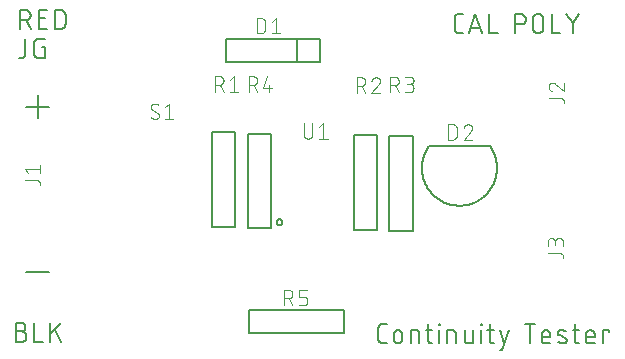
<source format=gbr>
G04 EAGLE Gerber RS-274X export*
G75*
%MOMM*%
%FSLAX34Y34*%
%LPD*%
%AMOC8*
5,1,8,0,0,1.08239X$1,22.5*%
G01*
%ADD10C,0.152400*%
%ADD11C,0.127000*%
%ADD12C,0.101600*%


D10*
X12762Y274262D02*
X12762Y290518D01*
X17278Y290518D01*
X17411Y290516D01*
X17543Y290510D01*
X17675Y290500D01*
X17807Y290487D01*
X17939Y290469D01*
X18069Y290448D01*
X18200Y290423D01*
X18329Y290394D01*
X18457Y290361D01*
X18585Y290325D01*
X18711Y290285D01*
X18836Y290241D01*
X18960Y290193D01*
X19082Y290142D01*
X19203Y290087D01*
X19322Y290029D01*
X19440Y289967D01*
X19555Y289902D01*
X19669Y289833D01*
X19780Y289762D01*
X19889Y289686D01*
X19996Y289608D01*
X20101Y289527D01*
X20203Y289442D01*
X20303Y289355D01*
X20400Y289265D01*
X20495Y289172D01*
X20586Y289076D01*
X20675Y288978D01*
X20761Y288877D01*
X20844Y288773D01*
X20924Y288667D01*
X21000Y288559D01*
X21074Y288449D01*
X21144Y288336D01*
X21211Y288222D01*
X21274Y288105D01*
X21334Y287987D01*
X21391Y287867D01*
X21444Y287745D01*
X21493Y287622D01*
X21539Y287498D01*
X21581Y287372D01*
X21619Y287245D01*
X21654Y287117D01*
X21685Y286988D01*
X21712Y286859D01*
X21735Y286728D01*
X21755Y286597D01*
X21770Y286465D01*
X21782Y286333D01*
X21790Y286201D01*
X21794Y286068D01*
X21794Y285936D01*
X21790Y285803D01*
X21782Y285671D01*
X21770Y285539D01*
X21755Y285407D01*
X21735Y285276D01*
X21712Y285145D01*
X21685Y285016D01*
X21654Y284887D01*
X21619Y284759D01*
X21581Y284632D01*
X21539Y284506D01*
X21493Y284382D01*
X21444Y284259D01*
X21391Y284137D01*
X21334Y284017D01*
X21274Y283899D01*
X21211Y283782D01*
X21144Y283668D01*
X21074Y283555D01*
X21000Y283445D01*
X20924Y283337D01*
X20844Y283231D01*
X20761Y283127D01*
X20675Y283026D01*
X20586Y282928D01*
X20495Y282832D01*
X20400Y282739D01*
X20303Y282649D01*
X20203Y282562D01*
X20101Y282477D01*
X19996Y282396D01*
X19889Y282318D01*
X19780Y282242D01*
X19669Y282171D01*
X19555Y282102D01*
X19440Y282037D01*
X19322Y281975D01*
X19203Y281917D01*
X19082Y281862D01*
X18960Y281811D01*
X18836Y281763D01*
X18711Y281719D01*
X18585Y281679D01*
X18457Y281643D01*
X18329Y281610D01*
X18200Y281581D01*
X18069Y281556D01*
X17939Y281535D01*
X17807Y281517D01*
X17675Y281504D01*
X17543Y281494D01*
X17411Y281488D01*
X17278Y281486D01*
X17278Y281487D02*
X12762Y281487D01*
X18181Y281487D02*
X21793Y274262D01*
X28853Y274262D02*
X36077Y274262D01*
X28853Y274262D02*
X28853Y290518D01*
X36077Y290518D01*
X34271Y283293D02*
X28853Y283293D01*
X42370Y290518D02*
X42370Y274262D01*
X42370Y290518D02*
X46885Y290518D01*
X47016Y290516D01*
X47148Y290510D01*
X47279Y290501D01*
X47409Y290487D01*
X47540Y290470D01*
X47669Y290449D01*
X47798Y290425D01*
X47926Y290396D01*
X48054Y290364D01*
X48180Y290328D01*
X48305Y290289D01*
X48430Y290246D01*
X48552Y290199D01*
X48674Y290149D01*
X48794Y290095D01*
X48912Y290038D01*
X49028Y289977D01*
X49143Y289913D01*
X49256Y289846D01*
X49367Y289775D01*
X49475Y289701D01*
X49582Y289624D01*
X49686Y289544D01*
X49788Y289461D01*
X49887Y289376D01*
X49984Y289287D01*
X50078Y289195D01*
X50170Y289101D01*
X50259Y289004D01*
X50344Y288905D01*
X50427Y288803D01*
X50507Y288699D01*
X50584Y288592D01*
X50658Y288484D01*
X50729Y288373D01*
X50796Y288260D01*
X50860Y288145D01*
X50921Y288029D01*
X50978Y287911D01*
X51032Y287791D01*
X51082Y287669D01*
X51129Y287547D01*
X51172Y287422D01*
X51211Y287297D01*
X51247Y287171D01*
X51279Y287043D01*
X51308Y286915D01*
X51332Y286786D01*
X51353Y286657D01*
X51370Y286526D01*
X51384Y286396D01*
X51393Y286265D01*
X51399Y286133D01*
X51401Y286002D01*
X51401Y278778D01*
X51399Y278647D01*
X51393Y278515D01*
X51384Y278384D01*
X51370Y278254D01*
X51353Y278123D01*
X51332Y277994D01*
X51308Y277865D01*
X51279Y277737D01*
X51247Y277609D01*
X51211Y277483D01*
X51172Y277358D01*
X51129Y277233D01*
X51082Y277111D01*
X51032Y276989D01*
X50978Y276869D01*
X50921Y276751D01*
X50860Y276635D01*
X50796Y276520D01*
X50729Y276407D01*
X50658Y276296D01*
X50584Y276188D01*
X50507Y276081D01*
X50427Y275977D01*
X50344Y275875D01*
X50259Y275776D01*
X50170Y275679D01*
X50078Y275585D01*
X49984Y275493D01*
X49887Y275404D01*
X49788Y275319D01*
X49686Y275236D01*
X49582Y275156D01*
X49475Y275079D01*
X49367Y275005D01*
X49256Y274934D01*
X49143Y274867D01*
X49028Y274803D01*
X48912Y274742D01*
X48794Y274685D01*
X48674Y274631D01*
X48552Y274581D01*
X48430Y274534D01*
X48305Y274491D01*
X48180Y274452D01*
X48054Y274416D01*
X47926Y274384D01*
X47798Y274355D01*
X47669Y274331D01*
X47539Y274310D01*
X47409Y274293D01*
X47279Y274279D01*
X47148Y274270D01*
X47016Y274264D01*
X46885Y274262D01*
X42370Y274262D01*
X13778Y18293D02*
X9262Y18293D01*
X13778Y18294D02*
X13911Y18292D01*
X14043Y18286D01*
X14175Y18276D01*
X14307Y18263D01*
X14439Y18245D01*
X14569Y18224D01*
X14700Y18199D01*
X14829Y18170D01*
X14957Y18137D01*
X15085Y18101D01*
X15211Y18061D01*
X15336Y18017D01*
X15460Y17969D01*
X15582Y17918D01*
X15703Y17863D01*
X15822Y17805D01*
X15940Y17743D01*
X16055Y17678D01*
X16169Y17609D01*
X16280Y17538D01*
X16389Y17462D01*
X16496Y17384D01*
X16601Y17303D01*
X16703Y17218D01*
X16803Y17131D01*
X16900Y17041D01*
X16995Y16948D01*
X17086Y16852D01*
X17175Y16754D01*
X17261Y16653D01*
X17344Y16549D01*
X17424Y16443D01*
X17500Y16335D01*
X17574Y16225D01*
X17644Y16112D01*
X17711Y15998D01*
X17774Y15881D01*
X17834Y15763D01*
X17891Y15643D01*
X17944Y15521D01*
X17993Y15398D01*
X18039Y15274D01*
X18081Y15148D01*
X18119Y15021D01*
X18154Y14893D01*
X18185Y14764D01*
X18212Y14635D01*
X18235Y14504D01*
X18255Y14373D01*
X18270Y14241D01*
X18282Y14109D01*
X18290Y13977D01*
X18294Y13844D01*
X18294Y13712D01*
X18290Y13579D01*
X18282Y13447D01*
X18270Y13315D01*
X18255Y13183D01*
X18235Y13052D01*
X18212Y12921D01*
X18185Y12792D01*
X18154Y12663D01*
X18119Y12535D01*
X18081Y12408D01*
X18039Y12282D01*
X17993Y12158D01*
X17944Y12035D01*
X17891Y11913D01*
X17834Y11793D01*
X17774Y11675D01*
X17711Y11558D01*
X17644Y11444D01*
X17574Y11331D01*
X17500Y11221D01*
X17424Y11113D01*
X17344Y11007D01*
X17261Y10903D01*
X17175Y10802D01*
X17086Y10704D01*
X16995Y10608D01*
X16900Y10515D01*
X16803Y10425D01*
X16703Y10338D01*
X16601Y10253D01*
X16496Y10172D01*
X16389Y10094D01*
X16280Y10018D01*
X16169Y9947D01*
X16055Y9878D01*
X15940Y9813D01*
X15822Y9751D01*
X15703Y9693D01*
X15582Y9638D01*
X15460Y9587D01*
X15336Y9539D01*
X15211Y9495D01*
X15085Y9455D01*
X14957Y9419D01*
X14829Y9386D01*
X14700Y9357D01*
X14569Y9332D01*
X14439Y9311D01*
X14307Y9293D01*
X14175Y9280D01*
X14043Y9270D01*
X13911Y9264D01*
X13778Y9262D01*
X9262Y9262D01*
X9262Y25518D01*
X13778Y25518D01*
X13897Y25516D01*
X14017Y25510D01*
X14136Y25500D01*
X14254Y25486D01*
X14373Y25469D01*
X14490Y25447D01*
X14607Y25422D01*
X14722Y25392D01*
X14837Y25359D01*
X14951Y25322D01*
X15063Y25282D01*
X15174Y25237D01*
X15283Y25189D01*
X15391Y25138D01*
X15497Y25083D01*
X15601Y25024D01*
X15703Y24962D01*
X15803Y24897D01*
X15901Y24828D01*
X15997Y24756D01*
X16090Y24681D01*
X16180Y24604D01*
X16268Y24523D01*
X16353Y24439D01*
X16435Y24352D01*
X16515Y24263D01*
X16591Y24171D01*
X16665Y24077D01*
X16735Y23980D01*
X16802Y23882D01*
X16866Y23781D01*
X16926Y23677D01*
X16983Y23572D01*
X17036Y23465D01*
X17086Y23357D01*
X17132Y23247D01*
X17174Y23135D01*
X17213Y23022D01*
X17248Y22908D01*
X17279Y22793D01*
X17307Y22676D01*
X17330Y22559D01*
X17350Y22442D01*
X17366Y22323D01*
X17378Y22204D01*
X17386Y22085D01*
X17390Y21966D01*
X17390Y21846D01*
X17386Y21727D01*
X17378Y21608D01*
X17366Y21489D01*
X17350Y21370D01*
X17330Y21253D01*
X17307Y21136D01*
X17279Y21019D01*
X17248Y20904D01*
X17213Y20790D01*
X17174Y20677D01*
X17132Y20565D01*
X17086Y20455D01*
X17036Y20347D01*
X16983Y20240D01*
X16926Y20135D01*
X16866Y20031D01*
X16802Y19930D01*
X16735Y19832D01*
X16665Y19735D01*
X16591Y19641D01*
X16515Y19549D01*
X16435Y19460D01*
X16353Y19373D01*
X16268Y19289D01*
X16180Y19208D01*
X16090Y19131D01*
X15997Y19056D01*
X15901Y18984D01*
X15803Y18915D01*
X15703Y18850D01*
X15601Y18788D01*
X15497Y18729D01*
X15391Y18674D01*
X15283Y18623D01*
X15174Y18575D01*
X15063Y18530D01*
X14951Y18490D01*
X14837Y18453D01*
X14722Y18420D01*
X14607Y18390D01*
X14490Y18365D01*
X14373Y18343D01*
X14254Y18326D01*
X14136Y18312D01*
X14017Y18302D01*
X13897Y18296D01*
X13778Y18294D01*
X24712Y25518D02*
X24712Y9262D01*
X31937Y9262D01*
X38440Y9262D02*
X38440Y25518D01*
X47471Y25518D02*
X38440Y15584D01*
X42053Y19196D02*
X47471Y9262D01*
X384374Y270762D02*
X387987Y270762D01*
X384374Y270762D02*
X384256Y270764D01*
X384138Y270770D01*
X384020Y270779D01*
X383903Y270793D01*
X383786Y270810D01*
X383669Y270831D01*
X383554Y270856D01*
X383439Y270885D01*
X383325Y270918D01*
X383213Y270954D01*
X383102Y270994D01*
X382992Y271037D01*
X382883Y271084D01*
X382776Y271134D01*
X382671Y271189D01*
X382568Y271246D01*
X382467Y271307D01*
X382367Y271371D01*
X382270Y271438D01*
X382175Y271508D01*
X382083Y271582D01*
X381992Y271658D01*
X381905Y271738D01*
X381820Y271820D01*
X381738Y271905D01*
X381658Y271992D01*
X381582Y272083D01*
X381508Y272175D01*
X381438Y272270D01*
X381371Y272367D01*
X381307Y272467D01*
X381246Y272568D01*
X381189Y272671D01*
X381134Y272776D01*
X381084Y272883D01*
X381037Y272992D01*
X380994Y273102D01*
X380954Y273213D01*
X380918Y273325D01*
X380885Y273439D01*
X380856Y273554D01*
X380831Y273669D01*
X380810Y273786D01*
X380793Y273903D01*
X380779Y274020D01*
X380770Y274138D01*
X380764Y274256D01*
X380762Y274374D01*
X380762Y283406D01*
X380764Y283524D01*
X380770Y283642D01*
X380779Y283760D01*
X380793Y283877D01*
X380810Y283994D01*
X380831Y284111D01*
X380856Y284226D01*
X380885Y284341D01*
X380918Y284455D01*
X380954Y284567D01*
X380994Y284678D01*
X381037Y284788D01*
X381084Y284897D01*
X381134Y285004D01*
X381188Y285109D01*
X381246Y285212D01*
X381307Y285313D01*
X381371Y285413D01*
X381438Y285510D01*
X381508Y285605D01*
X381582Y285697D01*
X381658Y285788D01*
X381738Y285875D01*
X381820Y285960D01*
X381905Y286042D01*
X381992Y286122D01*
X382083Y286198D01*
X382175Y286272D01*
X382270Y286342D01*
X382367Y286409D01*
X382467Y286473D01*
X382568Y286534D01*
X382671Y286591D01*
X382776Y286645D01*
X382883Y286696D01*
X382992Y286743D01*
X383102Y286786D01*
X383213Y286826D01*
X383325Y286862D01*
X383439Y286895D01*
X383554Y286924D01*
X383669Y286949D01*
X383786Y286970D01*
X383903Y286987D01*
X384020Y287001D01*
X384138Y287010D01*
X384256Y287016D01*
X384374Y287018D01*
X387987Y287018D01*
X398343Y287018D02*
X392924Y270762D01*
X403762Y270762D02*
X398343Y287018D01*
X402407Y274826D02*
X394279Y274826D01*
X410010Y270762D02*
X410010Y287018D01*
X410010Y270762D02*
X417234Y270762D01*
X432074Y270762D02*
X432074Y287018D01*
X436590Y287018D01*
X436723Y287016D01*
X436855Y287010D01*
X436987Y287000D01*
X437119Y286987D01*
X437251Y286969D01*
X437381Y286948D01*
X437512Y286923D01*
X437641Y286894D01*
X437769Y286861D01*
X437897Y286825D01*
X438023Y286785D01*
X438148Y286741D01*
X438272Y286693D01*
X438394Y286642D01*
X438515Y286587D01*
X438634Y286529D01*
X438752Y286467D01*
X438867Y286402D01*
X438981Y286333D01*
X439092Y286262D01*
X439201Y286186D01*
X439308Y286108D01*
X439413Y286027D01*
X439515Y285942D01*
X439615Y285855D01*
X439712Y285765D01*
X439807Y285672D01*
X439898Y285576D01*
X439987Y285478D01*
X440073Y285377D01*
X440156Y285273D01*
X440236Y285167D01*
X440312Y285059D01*
X440386Y284949D01*
X440456Y284836D01*
X440523Y284722D01*
X440586Y284605D01*
X440646Y284487D01*
X440703Y284367D01*
X440756Y284245D01*
X440805Y284122D01*
X440851Y283998D01*
X440893Y283872D01*
X440931Y283745D01*
X440966Y283617D01*
X440997Y283488D01*
X441024Y283359D01*
X441047Y283228D01*
X441067Y283097D01*
X441082Y282965D01*
X441094Y282833D01*
X441102Y282701D01*
X441106Y282568D01*
X441106Y282436D01*
X441102Y282303D01*
X441094Y282171D01*
X441082Y282039D01*
X441067Y281907D01*
X441047Y281776D01*
X441024Y281645D01*
X440997Y281516D01*
X440966Y281387D01*
X440931Y281259D01*
X440893Y281132D01*
X440851Y281006D01*
X440805Y280882D01*
X440756Y280759D01*
X440703Y280637D01*
X440646Y280517D01*
X440586Y280399D01*
X440523Y280282D01*
X440456Y280168D01*
X440386Y280055D01*
X440312Y279945D01*
X440236Y279837D01*
X440156Y279731D01*
X440073Y279627D01*
X439987Y279526D01*
X439898Y279428D01*
X439807Y279332D01*
X439712Y279239D01*
X439615Y279149D01*
X439515Y279062D01*
X439413Y278977D01*
X439308Y278896D01*
X439201Y278818D01*
X439092Y278742D01*
X438981Y278671D01*
X438867Y278602D01*
X438752Y278537D01*
X438634Y278475D01*
X438515Y278417D01*
X438394Y278362D01*
X438272Y278311D01*
X438148Y278263D01*
X438023Y278219D01*
X437897Y278179D01*
X437769Y278143D01*
X437641Y278110D01*
X437512Y278081D01*
X437381Y278056D01*
X437251Y278035D01*
X437119Y278017D01*
X436987Y278004D01*
X436855Y277994D01*
X436723Y277988D01*
X436590Y277986D01*
X436590Y277987D02*
X432074Y277987D01*
X446974Y275278D02*
X446974Y282502D01*
X446973Y282502D02*
X446975Y282635D01*
X446981Y282767D01*
X446991Y282899D01*
X447004Y283031D01*
X447022Y283163D01*
X447043Y283293D01*
X447068Y283424D01*
X447097Y283553D01*
X447130Y283681D01*
X447166Y283809D01*
X447206Y283935D01*
X447250Y284060D01*
X447298Y284184D01*
X447349Y284306D01*
X447404Y284427D01*
X447462Y284546D01*
X447524Y284664D01*
X447589Y284779D01*
X447658Y284893D01*
X447729Y285004D01*
X447805Y285113D01*
X447883Y285220D01*
X447964Y285325D01*
X448049Y285427D01*
X448136Y285527D01*
X448226Y285624D01*
X448319Y285719D01*
X448415Y285810D01*
X448513Y285899D01*
X448614Y285985D01*
X448718Y286068D01*
X448824Y286148D01*
X448932Y286224D01*
X449042Y286298D01*
X449155Y286368D01*
X449269Y286435D01*
X449386Y286498D01*
X449504Y286558D01*
X449624Y286615D01*
X449746Y286668D01*
X449869Y286717D01*
X449993Y286763D01*
X450119Y286805D01*
X450246Y286843D01*
X450374Y286878D01*
X450503Y286909D01*
X450632Y286936D01*
X450763Y286959D01*
X450894Y286979D01*
X451026Y286994D01*
X451158Y287006D01*
X451290Y287014D01*
X451423Y287018D01*
X451555Y287018D01*
X451688Y287014D01*
X451820Y287006D01*
X451952Y286994D01*
X452084Y286979D01*
X452215Y286959D01*
X452346Y286936D01*
X452475Y286909D01*
X452604Y286878D01*
X452732Y286843D01*
X452859Y286805D01*
X452985Y286763D01*
X453109Y286717D01*
X453232Y286668D01*
X453354Y286615D01*
X453474Y286558D01*
X453592Y286498D01*
X453709Y286435D01*
X453823Y286368D01*
X453936Y286298D01*
X454046Y286224D01*
X454154Y286148D01*
X454260Y286068D01*
X454364Y285985D01*
X454465Y285899D01*
X454563Y285810D01*
X454659Y285719D01*
X454752Y285624D01*
X454842Y285527D01*
X454929Y285427D01*
X455014Y285325D01*
X455095Y285220D01*
X455173Y285113D01*
X455249Y285004D01*
X455320Y284893D01*
X455389Y284779D01*
X455454Y284664D01*
X455516Y284546D01*
X455574Y284427D01*
X455629Y284306D01*
X455680Y284184D01*
X455728Y284060D01*
X455772Y283935D01*
X455812Y283809D01*
X455848Y283681D01*
X455881Y283553D01*
X455910Y283424D01*
X455935Y283293D01*
X455956Y283163D01*
X455974Y283031D01*
X455987Y282899D01*
X455997Y282767D01*
X456003Y282635D01*
X456005Y282502D01*
X456005Y275278D01*
X456003Y275145D01*
X455997Y275013D01*
X455987Y274881D01*
X455974Y274749D01*
X455956Y274617D01*
X455935Y274487D01*
X455910Y274356D01*
X455881Y274227D01*
X455848Y274099D01*
X455812Y273971D01*
X455772Y273845D01*
X455728Y273720D01*
X455680Y273596D01*
X455629Y273474D01*
X455574Y273353D01*
X455516Y273234D01*
X455454Y273116D01*
X455389Y273001D01*
X455320Y272887D01*
X455249Y272776D01*
X455173Y272667D01*
X455095Y272560D01*
X455014Y272455D01*
X454929Y272353D01*
X454842Y272253D01*
X454752Y272156D01*
X454659Y272061D01*
X454563Y271970D01*
X454465Y271881D01*
X454364Y271795D01*
X454260Y271712D01*
X454154Y271632D01*
X454046Y271556D01*
X453936Y271482D01*
X453823Y271412D01*
X453709Y271345D01*
X453592Y271282D01*
X453474Y271222D01*
X453354Y271165D01*
X453232Y271112D01*
X453109Y271063D01*
X452985Y271017D01*
X452859Y270975D01*
X452732Y270937D01*
X452604Y270902D01*
X452475Y270871D01*
X452346Y270844D01*
X452215Y270821D01*
X452084Y270801D01*
X451952Y270786D01*
X451820Y270774D01*
X451688Y270766D01*
X451555Y270762D01*
X451423Y270762D01*
X451290Y270766D01*
X451158Y270774D01*
X451026Y270786D01*
X450894Y270801D01*
X450763Y270821D01*
X450632Y270844D01*
X450503Y270871D01*
X450374Y270902D01*
X450246Y270937D01*
X450119Y270975D01*
X449993Y271017D01*
X449869Y271063D01*
X449746Y271112D01*
X449624Y271165D01*
X449504Y271222D01*
X449386Y271282D01*
X449269Y271345D01*
X449155Y271412D01*
X449042Y271482D01*
X448932Y271556D01*
X448824Y271632D01*
X448718Y271712D01*
X448614Y271795D01*
X448513Y271881D01*
X448415Y271970D01*
X448319Y272061D01*
X448226Y272156D01*
X448136Y272253D01*
X448049Y272353D01*
X447964Y272455D01*
X447883Y272560D01*
X447805Y272667D01*
X447729Y272776D01*
X447658Y272887D01*
X447589Y273001D01*
X447524Y273116D01*
X447462Y273234D01*
X447404Y273353D01*
X447349Y273474D01*
X447298Y273596D01*
X447250Y273720D01*
X447206Y273845D01*
X447166Y273971D01*
X447130Y274099D01*
X447097Y274227D01*
X447068Y274356D01*
X447043Y274487D01*
X447022Y274617D01*
X447004Y274749D01*
X446991Y274881D01*
X446981Y275013D01*
X446975Y275145D01*
X446973Y275278D01*
X463156Y270762D02*
X463156Y287018D01*
X463156Y270762D02*
X470381Y270762D01*
X480668Y279342D02*
X475249Y287018D01*
X480668Y279342D02*
X486086Y287018D01*
X480668Y279342D02*
X480668Y270762D01*
X323585Y8262D02*
X319923Y8262D01*
X319803Y8264D01*
X319684Y8270D01*
X319564Y8280D01*
X319445Y8293D01*
X319327Y8311D01*
X319209Y8332D01*
X319092Y8358D01*
X318975Y8387D01*
X318860Y8420D01*
X318746Y8456D01*
X318633Y8497D01*
X318522Y8541D01*
X318412Y8588D01*
X318304Y8640D01*
X318197Y8694D01*
X318093Y8752D01*
X317990Y8814D01*
X317889Y8879D01*
X317791Y8947D01*
X317694Y9019D01*
X317600Y9093D01*
X317509Y9171D01*
X317420Y9251D01*
X317334Y9334D01*
X317251Y9420D01*
X317171Y9509D01*
X317093Y9600D01*
X317019Y9694D01*
X316947Y9791D01*
X316879Y9889D01*
X316814Y9990D01*
X316752Y10092D01*
X316694Y10197D01*
X316640Y10304D01*
X316588Y10412D01*
X316541Y10522D01*
X316497Y10633D01*
X316456Y10746D01*
X316420Y10860D01*
X316387Y10975D01*
X316358Y11092D01*
X316332Y11209D01*
X316311Y11327D01*
X316293Y11445D01*
X316280Y11564D01*
X316270Y11684D01*
X316264Y11803D01*
X316262Y11923D01*
X316262Y21077D01*
X316264Y21197D01*
X316270Y21316D01*
X316280Y21436D01*
X316293Y21555D01*
X316311Y21673D01*
X316332Y21791D01*
X316358Y21908D01*
X316387Y22025D01*
X316420Y22140D01*
X316456Y22254D01*
X316497Y22367D01*
X316541Y22478D01*
X316588Y22588D01*
X316640Y22696D01*
X316694Y22803D01*
X316752Y22907D01*
X316814Y23010D01*
X316879Y23111D01*
X316947Y23209D01*
X317019Y23306D01*
X317093Y23400D01*
X317171Y23491D01*
X317251Y23580D01*
X317334Y23666D01*
X317420Y23749D01*
X317509Y23829D01*
X317600Y23907D01*
X317694Y23981D01*
X317791Y24053D01*
X317889Y24121D01*
X317990Y24186D01*
X318092Y24248D01*
X318197Y24306D01*
X318304Y24360D01*
X318412Y24412D01*
X318522Y24459D01*
X318633Y24503D01*
X318746Y24544D01*
X318860Y24580D01*
X318975Y24613D01*
X319092Y24642D01*
X319209Y24668D01*
X319327Y24689D01*
X319445Y24707D01*
X319564Y24720D01*
X319684Y24730D01*
X319803Y24736D01*
X319923Y24738D01*
X323585Y24738D01*
X329326Y15585D02*
X329326Y11923D01*
X329326Y15585D02*
X329328Y15705D01*
X329334Y15824D01*
X329344Y15944D01*
X329357Y16063D01*
X329375Y16181D01*
X329396Y16299D01*
X329422Y16416D01*
X329451Y16533D01*
X329484Y16648D01*
X329520Y16762D01*
X329561Y16875D01*
X329605Y16986D01*
X329652Y17096D01*
X329704Y17204D01*
X329758Y17311D01*
X329816Y17415D01*
X329878Y17518D01*
X329943Y17619D01*
X330011Y17717D01*
X330083Y17814D01*
X330157Y17908D01*
X330235Y17999D01*
X330315Y18088D01*
X330398Y18174D01*
X330484Y18257D01*
X330573Y18337D01*
X330664Y18415D01*
X330758Y18489D01*
X330855Y18561D01*
X330953Y18629D01*
X331054Y18694D01*
X331157Y18756D01*
X331261Y18814D01*
X331368Y18868D01*
X331476Y18920D01*
X331586Y18967D01*
X331697Y19011D01*
X331810Y19052D01*
X331924Y19088D01*
X332039Y19121D01*
X332156Y19150D01*
X332273Y19176D01*
X332391Y19197D01*
X332509Y19215D01*
X332628Y19228D01*
X332748Y19238D01*
X332867Y19244D01*
X332987Y19246D01*
X333107Y19244D01*
X333226Y19238D01*
X333346Y19228D01*
X333465Y19215D01*
X333583Y19197D01*
X333701Y19176D01*
X333818Y19150D01*
X333935Y19121D01*
X334050Y19088D01*
X334164Y19052D01*
X334277Y19011D01*
X334388Y18967D01*
X334498Y18920D01*
X334606Y18868D01*
X334713Y18814D01*
X334818Y18756D01*
X334920Y18694D01*
X335021Y18629D01*
X335119Y18561D01*
X335216Y18489D01*
X335310Y18415D01*
X335401Y18337D01*
X335490Y18257D01*
X335576Y18174D01*
X335659Y18088D01*
X335739Y17999D01*
X335817Y17908D01*
X335891Y17814D01*
X335963Y17717D01*
X336031Y17619D01*
X336096Y17518D01*
X336158Y17416D01*
X336216Y17311D01*
X336270Y17204D01*
X336322Y17096D01*
X336369Y16986D01*
X336413Y16875D01*
X336454Y16762D01*
X336490Y16648D01*
X336523Y16533D01*
X336552Y16416D01*
X336578Y16299D01*
X336599Y16181D01*
X336617Y16063D01*
X336630Y15944D01*
X336640Y15824D01*
X336646Y15705D01*
X336648Y15585D01*
X336648Y11923D01*
X336646Y11803D01*
X336640Y11684D01*
X336630Y11564D01*
X336617Y11445D01*
X336599Y11327D01*
X336578Y11209D01*
X336552Y11092D01*
X336523Y10975D01*
X336490Y10860D01*
X336454Y10746D01*
X336413Y10633D01*
X336369Y10522D01*
X336322Y10412D01*
X336270Y10304D01*
X336216Y10197D01*
X336158Y10093D01*
X336096Y9990D01*
X336031Y9889D01*
X335963Y9791D01*
X335891Y9694D01*
X335817Y9600D01*
X335739Y9509D01*
X335659Y9420D01*
X335576Y9334D01*
X335490Y9251D01*
X335401Y9171D01*
X335310Y9093D01*
X335216Y9019D01*
X335119Y8947D01*
X335021Y8879D01*
X334920Y8814D01*
X334818Y8752D01*
X334713Y8694D01*
X334606Y8640D01*
X334498Y8588D01*
X334388Y8541D01*
X334277Y8497D01*
X334164Y8456D01*
X334050Y8420D01*
X333935Y8387D01*
X333818Y8358D01*
X333701Y8332D01*
X333583Y8311D01*
X333465Y8293D01*
X333346Y8280D01*
X333226Y8270D01*
X333107Y8264D01*
X332987Y8262D01*
X332867Y8264D01*
X332748Y8270D01*
X332628Y8280D01*
X332509Y8293D01*
X332391Y8311D01*
X332273Y8332D01*
X332156Y8358D01*
X332039Y8387D01*
X331924Y8420D01*
X331810Y8456D01*
X331697Y8497D01*
X331586Y8541D01*
X331476Y8588D01*
X331368Y8640D01*
X331261Y8694D01*
X331157Y8752D01*
X331054Y8814D01*
X330953Y8879D01*
X330855Y8947D01*
X330758Y9019D01*
X330664Y9093D01*
X330573Y9171D01*
X330484Y9251D01*
X330398Y9334D01*
X330315Y9420D01*
X330235Y9509D01*
X330157Y9600D01*
X330083Y9694D01*
X330011Y9791D01*
X329943Y9889D01*
X329878Y9990D01*
X329816Y10092D01*
X329758Y10197D01*
X329704Y10304D01*
X329652Y10412D01*
X329605Y10522D01*
X329561Y10633D01*
X329520Y10746D01*
X329484Y10860D01*
X329451Y10975D01*
X329422Y11092D01*
X329396Y11209D01*
X329375Y11327D01*
X329357Y11445D01*
X329344Y11564D01*
X329334Y11684D01*
X329328Y11803D01*
X329326Y11923D01*
X343541Y8262D02*
X343541Y19246D01*
X348118Y19246D01*
X348221Y19244D01*
X348323Y19238D01*
X348425Y19229D01*
X348527Y19215D01*
X348629Y19198D01*
X348729Y19177D01*
X348829Y19152D01*
X348927Y19124D01*
X349025Y19092D01*
X349121Y19056D01*
X349216Y19017D01*
X349309Y18974D01*
X349401Y18928D01*
X349491Y18878D01*
X349579Y18825D01*
X349665Y18769D01*
X349749Y18709D01*
X349830Y18647D01*
X349909Y18581D01*
X349986Y18513D01*
X350060Y18442D01*
X350131Y18368D01*
X350199Y18291D01*
X350265Y18212D01*
X350327Y18131D01*
X350387Y18047D01*
X350443Y17961D01*
X350496Y17873D01*
X350546Y17783D01*
X350592Y17691D01*
X350635Y17598D01*
X350674Y17503D01*
X350710Y17407D01*
X350742Y17309D01*
X350770Y17211D01*
X350795Y17111D01*
X350816Y17011D01*
X350833Y16909D01*
X350847Y16807D01*
X350856Y16705D01*
X350862Y16603D01*
X350864Y16500D01*
X350864Y8262D01*
X356451Y19246D02*
X361943Y19246D01*
X358281Y24738D02*
X358281Y11008D01*
X358283Y10905D01*
X358289Y10803D01*
X358298Y10701D01*
X358312Y10599D01*
X358329Y10497D01*
X358350Y10397D01*
X358375Y10297D01*
X358403Y10199D01*
X358435Y10101D01*
X358471Y10005D01*
X358510Y9910D01*
X358553Y9817D01*
X358599Y9725D01*
X358649Y9635D01*
X358702Y9547D01*
X358758Y9461D01*
X358818Y9377D01*
X358880Y9296D01*
X358946Y9217D01*
X359014Y9140D01*
X359085Y9066D01*
X359159Y8995D01*
X359236Y8927D01*
X359315Y8861D01*
X359396Y8799D01*
X359480Y8739D01*
X359566Y8683D01*
X359654Y8630D01*
X359744Y8580D01*
X359836Y8534D01*
X359929Y8491D01*
X360024Y8452D01*
X360120Y8416D01*
X360218Y8384D01*
X360316Y8356D01*
X360416Y8331D01*
X360516Y8310D01*
X360618Y8293D01*
X360720Y8279D01*
X360822Y8270D01*
X360924Y8264D01*
X361027Y8262D01*
X361943Y8262D01*
X367736Y8262D02*
X367736Y19246D01*
X367278Y23823D02*
X367278Y24738D01*
X368194Y24738D01*
X368194Y23823D01*
X367278Y23823D01*
X374605Y19246D02*
X374605Y8262D01*
X374605Y19246D02*
X379181Y19246D01*
X379284Y19244D01*
X379386Y19238D01*
X379488Y19229D01*
X379590Y19215D01*
X379692Y19198D01*
X379792Y19177D01*
X379892Y19152D01*
X379990Y19124D01*
X380088Y19092D01*
X380184Y19056D01*
X380279Y19017D01*
X380372Y18974D01*
X380464Y18928D01*
X380554Y18878D01*
X380642Y18825D01*
X380728Y18769D01*
X380812Y18709D01*
X380893Y18647D01*
X380972Y18581D01*
X381049Y18513D01*
X381123Y18442D01*
X381194Y18368D01*
X381262Y18291D01*
X381328Y18212D01*
X381390Y18131D01*
X381450Y18047D01*
X381506Y17961D01*
X381559Y17873D01*
X381609Y17783D01*
X381655Y17691D01*
X381698Y17598D01*
X381737Y17503D01*
X381773Y17407D01*
X381805Y17309D01*
X381833Y17211D01*
X381858Y17111D01*
X381879Y17011D01*
X381896Y16909D01*
X381910Y16807D01*
X381919Y16705D01*
X381925Y16603D01*
X381927Y16500D01*
X381927Y8262D01*
X389347Y11008D02*
X389347Y19246D01*
X389347Y11008D02*
X389349Y10905D01*
X389355Y10803D01*
X389364Y10701D01*
X389378Y10599D01*
X389395Y10497D01*
X389416Y10397D01*
X389441Y10297D01*
X389469Y10199D01*
X389501Y10101D01*
X389537Y10005D01*
X389576Y9910D01*
X389619Y9817D01*
X389665Y9725D01*
X389715Y9635D01*
X389768Y9547D01*
X389824Y9461D01*
X389884Y9377D01*
X389946Y9296D01*
X390012Y9217D01*
X390080Y9140D01*
X390151Y9066D01*
X390225Y8995D01*
X390302Y8927D01*
X390381Y8861D01*
X390462Y8799D01*
X390546Y8739D01*
X390632Y8683D01*
X390720Y8630D01*
X390810Y8580D01*
X390902Y8534D01*
X390995Y8491D01*
X391090Y8452D01*
X391186Y8416D01*
X391284Y8384D01*
X391382Y8356D01*
X391482Y8331D01*
X391582Y8310D01*
X391684Y8293D01*
X391786Y8279D01*
X391888Y8270D01*
X391990Y8264D01*
X392093Y8262D01*
X396669Y8262D01*
X396669Y19246D01*
X403538Y19246D02*
X403538Y8262D01*
X403080Y23823D02*
X403080Y24738D01*
X403996Y24738D01*
X403996Y23823D01*
X403080Y23823D01*
X408574Y19246D02*
X414066Y19246D01*
X410405Y24738D02*
X410405Y11008D01*
X410407Y10905D01*
X410413Y10803D01*
X410422Y10701D01*
X410436Y10599D01*
X410453Y10497D01*
X410474Y10397D01*
X410499Y10297D01*
X410527Y10199D01*
X410559Y10101D01*
X410595Y10005D01*
X410634Y9910D01*
X410677Y9817D01*
X410723Y9725D01*
X410773Y9635D01*
X410826Y9547D01*
X410882Y9461D01*
X410942Y9377D01*
X411004Y9296D01*
X411070Y9217D01*
X411138Y9140D01*
X411209Y9066D01*
X411283Y8995D01*
X411360Y8927D01*
X411439Y8861D01*
X411520Y8799D01*
X411604Y8739D01*
X411690Y8683D01*
X411778Y8630D01*
X411868Y8580D01*
X411960Y8534D01*
X412053Y8491D01*
X412148Y8452D01*
X412244Y8416D01*
X412342Y8384D01*
X412440Y8356D01*
X412540Y8331D01*
X412640Y8310D01*
X412742Y8293D01*
X412844Y8279D01*
X412946Y8270D01*
X413048Y8264D01*
X413151Y8262D01*
X414066Y8262D01*
X419357Y2770D02*
X421188Y2770D01*
X426680Y19246D01*
X419357Y19246D02*
X423018Y8262D01*
X444605Y8262D02*
X444605Y24738D01*
X440028Y24738D02*
X449182Y24738D01*
X457379Y8262D02*
X461955Y8262D01*
X457379Y8262D02*
X457276Y8264D01*
X457174Y8270D01*
X457072Y8279D01*
X456970Y8293D01*
X456868Y8310D01*
X456768Y8331D01*
X456668Y8356D01*
X456570Y8384D01*
X456472Y8416D01*
X456376Y8452D01*
X456281Y8491D01*
X456188Y8534D01*
X456096Y8580D01*
X456006Y8630D01*
X455918Y8683D01*
X455832Y8739D01*
X455748Y8799D01*
X455667Y8861D01*
X455588Y8927D01*
X455511Y8995D01*
X455437Y9066D01*
X455366Y9140D01*
X455298Y9217D01*
X455232Y9296D01*
X455170Y9377D01*
X455110Y9461D01*
X455054Y9547D01*
X455001Y9635D01*
X454951Y9725D01*
X454905Y9817D01*
X454862Y9910D01*
X454823Y10005D01*
X454787Y10101D01*
X454755Y10199D01*
X454727Y10297D01*
X454702Y10397D01*
X454681Y10497D01*
X454664Y10599D01*
X454650Y10701D01*
X454641Y10803D01*
X454635Y10905D01*
X454633Y11008D01*
X454633Y15585D01*
X454635Y15705D01*
X454641Y15824D01*
X454651Y15944D01*
X454664Y16063D01*
X454682Y16181D01*
X454703Y16299D01*
X454729Y16416D01*
X454758Y16533D01*
X454791Y16648D01*
X454827Y16762D01*
X454868Y16875D01*
X454912Y16986D01*
X454959Y17096D01*
X455011Y17204D01*
X455065Y17311D01*
X455123Y17415D01*
X455185Y17518D01*
X455250Y17619D01*
X455318Y17717D01*
X455390Y17814D01*
X455464Y17908D01*
X455542Y17999D01*
X455622Y18088D01*
X455705Y18174D01*
X455791Y18257D01*
X455880Y18337D01*
X455971Y18415D01*
X456065Y18489D01*
X456162Y18561D01*
X456260Y18629D01*
X456361Y18694D01*
X456464Y18756D01*
X456568Y18814D01*
X456675Y18868D01*
X456783Y18920D01*
X456893Y18967D01*
X457004Y19011D01*
X457117Y19052D01*
X457231Y19088D01*
X457346Y19121D01*
X457463Y19150D01*
X457580Y19176D01*
X457698Y19197D01*
X457816Y19215D01*
X457935Y19228D01*
X458055Y19238D01*
X458174Y19244D01*
X458294Y19246D01*
X458414Y19244D01*
X458533Y19238D01*
X458653Y19228D01*
X458772Y19215D01*
X458890Y19197D01*
X459008Y19176D01*
X459125Y19150D01*
X459242Y19121D01*
X459357Y19088D01*
X459471Y19052D01*
X459584Y19011D01*
X459695Y18967D01*
X459805Y18920D01*
X459913Y18868D01*
X460020Y18814D01*
X460125Y18756D01*
X460227Y18694D01*
X460328Y18629D01*
X460426Y18561D01*
X460523Y18489D01*
X460617Y18415D01*
X460708Y18337D01*
X460797Y18257D01*
X460883Y18174D01*
X460966Y18088D01*
X461046Y17999D01*
X461124Y17908D01*
X461198Y17814D01*
X461270Y17717D01*
X461338Y17619D01*
X461403Y17518D01*
X461465Y17416D01*
X461523Y17311D01*
X461577Y17204D01*
X461629Y17096D01*
X461676Y16986D01*
X461720Y16875D01*
X461761Y16762D01*
X461797Y16648D01*
X461830Y16533D01*
X461859Y16416D01*
X461885Y16299D01*
X461906Y16181D01*
X461924Y16063D01*
X461937Y15944D01*
X461947Y15824D01*
X461953Y15705D01*
X461955Y15585D01*
X461955Y13754D01*
X454633Y13754D01*
X469695Y14669D02*
X474271Y12839D01*
X469695Y14670D02*
X469607Y14707D01*
X469520Y14748D01*
X469436Y14792D01*
X469353Y14839D01*
X469272Y14890D01*
X469194Y14944D01*
X469117Y15001D01*
X469043Y15062D01*
X468972Y15125D01*
X468903Y15191D01*
X468836Y15259D01*
X468773Y15330D01*
X468712Y15404D01*
X468655Y15480D01*
X468600Y15559D01*
X468549Y15639D01*
X468501Y15722D01*
X468456Y15806D01*
X468415Y15892D01*
X468377Y15980D01*
X468343Y16069D01*
X468313Y16160D01*
X468286Y16251D01*
X468263Y16344D01*
X468243Y16437D01*
X468228Y16531D01*
X468216Y16626D01*
X468208Y16721D01*
X468204Y16816D01*
X468203Y16912D01*
X468207Y17007D01*
X468214Y17102D01*
X468225Y17197D01*
X468240Y17291D01*
X468259Y17385D01*
X468281Y17478D01*
X468308Y17570D01*
X468337Y17660D01*
X468371Y17750D01*
X468408Y17838D01*
X468448Y17924D01*
X468492Y18009D01*
X468540Y18092D01*
X468590Y18172D01*
X468644Y18251D01*
X468701Y18328D01*
X468761Y18402D01*
X468824Y18474D01*
X468890Y18543D01*
X468959Y18609D01*
X469030Y18673D01*
X469103Y18734D01*
X469179Y18791D01*
X469258Y18846D01*
X469338Y18897D01*
X469420Y18946D01*
X469505Y18990D01*
X469591Y19032D01*
X469678Y19070D01*
X469767Y19104D01*
X469858Y19135D01*
X469949Y19162D01*
X470042Y19185D01*
X470135Y19205D01*
X470229Y19221D01*
X470324Y19233D01*
X470419Y19241D01*
X470514Y19245D01*
X470610Y19246D01*
X470859Y19239D01*
X471109Y19227D01*
X471358Y19208D01*
X471607Y19184D01*
X471855Y19153D01*
X472102Y19117D01*
X472349Y19074D01*
X472594Y19026D01*
X472838Y18972D01*
X473080Y18912D01*
X473322Y18846D01*
X473561Y18774D01*
X473799Y18697D01*
X474034Y18613D01*
X474268Y18525D01*
X474500Y18430D01*
X474729Y18331D01*
X474271Y12838D02*
X474359Y12801D01*
X474446Y12760D01*
X474530Y12716D01*
X474613Y12669D01*
X474694Y12618D01*
X474772Y12564D01*
X474849Y12507D01*
X474923Y12446D01*
X474994Y12383D01*
X475063Y12317D01*
X475130Y12249D01*
X475193Y12178D01*
X475254Y12104D01*
X475311Y12028D01*
X475366Y11949D01*
X475417Y11869D01*
X475465Y11786D01*
X475510Y11702D01*
X475551Y11616D01*
X475589Y11528D01*
X475623Y11439D01*
X475653Y11348D01*
X475680Y11257D01*
X475703Y11164D01*
X475723Y11071D01*
X475738Y10977D01*
X475750Y10882D01*
X475758Y10787D01*
X475762Y10692D01*
X475763Y10596D01*
X475759Y10501D01*
X475752Y10406D01*
X475741Y10311D01*
X475726Y10217D01*
X475707Y10123D01*
X475685Y10030D01*
X475658Y9938D01*
X475629Y9848D01*
X475595Y9758D01*
X475558Y9670D01*
X475518Y9584D01*
X475474Y9499D01*
X475426Y9416D01*
X475376Y9336D01*
X475322Y9257D01*
X475265Y9180D01*
X475205Y9106D01*
X475142Y9034D01*
X475076Y8965D01*
X475007Y8899D01*
X474936Y8835D01*
X474863Y8774D01*
X474787Y8717D01*
X474708Y8662D01*
X474628Y8611D01*
X474546Y8562D01*
X474461Y8518D01*
X474375Y8476D01*
X474288Y8438D01*
X474199Y8404D01*
X474108Y8373D01*
X474017Y8346D01*
X473924Y8323D01*
X473831Y8303D01*
X473737Y8287D01*
X473642Y8275D01*
X473547Y8267D01*
X473452Y8263D01*
X473356Y8262D01*
X473355Y8262D02*
X472988Y8271D01*
X472622Y8289D01*
X472256Y8316D01*
X471890Y8352D01*
X471526Y8396D01*
X471162Y8449D01*
X470800Y8510D01*
X470440Y8580D01*
X470081Y8659D01*
X469724Y8746D01*
X469370Y8841D01*
X469018Y8945D01*
X468668Y9057D01*
X468321Y9177D01*
X480705Y19246D02*
X486197Y19246D01*
X482535Y24738D02*
X482535Y11008D01*
X482537Y10905D01*
X482543Y10803D01*
X482552Y10701D01*
X482566Y10599D01*
X482583Y10497D01*
X482604Y10397D01*
X482629Y10297D01*
X482657Y10199D01*
X482689Y10101D01*
X482725Y10005D01*
X482764Y9910D01*
X482807Y9817D01*
X482853Y9725D01*
X482903Y9635D01*
X482956Y9547D01*
X483012Y9461D01*
X483072Y9377D01*
X483134Y9296D01*
X483200Y9217D01*
X483268Y9140D01*
X483339Y9066D01*
X483413Y8995D01*
X483490Y8927D01*
X483569Y8861D01*
X483650Y8799D01*
X483734Y8739D01*
X483820Y8683D01*
X483908Y8630D01*
X483998Y8580D01*
X484090Y8534D01*
X484183Y8491D01*
X484278Y8452D01*
X484374Y8416D01*
X484472Y8384D01*
X484570Y8356D01*
X484670Y8331D01*
X484770Y8310D01*
X484872Y8293D01*
X484974Y8279D01*
X485076Y8270D01*
X485178Y8264D01*
X485281Y8262D01*
X486197Y8262D01*
X494760Y8262D02*
X499337Y8262D01*
X494760Y8262D02*
X494657Y8264D01*
X494555Y8270D01*
X494453Y8279D01*
X494351Y8293D01*
X494249Y8310D01*
X494149Y8331D01*
X494049Y8356D01*
X493951Y8384D01*
X493853Y8416D01*
X493757Y8452D01*
X493662Y8491D01*
X493569Y8534D01*
X493477Y8580D01*
X493387Y8630D01*
X493299Y8683D01*
X493213Y8739D01*
X493129Y8799D01*
X493048Y8861D01*
X492969Y8927D01*
X492892Y8995D01*
X492818Y9066D01*
X492747Y9140D01*
X492679Y9217D01*
X492613Y9296D01*
X492551Y9377D01*
X492491Y9461D01*
X492435Y9547D01*
X492382Y9635D01*
X492332Y9725D01*
X492286Y9817D01*
X492243Y9910D01*
X492204Y10005D01*
X492168Y10101D01*
X492136Y10199D01*
X492108Y10297D01*
X492083Y10397D01*
X492062Y10497D01*
X492045Y10599D01*
X492031Y10701D01*
X492022Y10803D01*
X492016Y10905D01*
X492014Y11008D01*
X492014Y15585D01*
X492016Y15705D01*
X492022Y15824D01*
X492032Y15944D01*
X492045Y16063D01*
X492063Y16181D01*
X492084Y16299D01*
X492110Y16416D01*
X492139Y16533D01*
X492172Y16648D01*
X492208Y16762D01*
X492249Y16875D01*
X492293Y16986D01*
X492340Y17096D01*
X492392Y17204D01*
X492446Y17311D01*
X492504Y17415D01*
X492566Y17518D01*
X492631Y17619D01*
X492699Y17717D01*
X492771Y17814D01*
X492845Y17908D01*
X492923Y17999D01*
X493003Y18088D01*
X493086Y18174D01*
X493172Y18257D01*
X493261Y18337D01*
X493352Y18415D01*
X493446Y18489D01*
X493543Y18561D01*
X493641Y18629D01*
X493742Y18694D01*
X493845Y18756D01*
X493949Y18814D01*
X494056Y18868D01*
X494164Y18920D01*
X494274Y18967D01*
X494385Y19011D01*
X494498Y19052D01*
X494612Y19088D01*
X494727Y19121D01*
X494844Y19150D01*
X494961Y19176D01*
X495079Y19197D01*
X495197Y19215D01*
X495316Y19228D01*
X495436Y19238D01*
X495555Y19244D01*
X495675Y19246D01*
X495795Y19244D01*
X495914Y19238D01*
X496034Y19228D01*
X496153Y19215D01*
X496271Y19197D01*
X496389Y19176D01*
X496506Y19150D01*
X496623Y19121D01*
X496738Y19088D01*
X496852Y19052D01*
X496965Y19011D01*
X497076Y18967D01*
X497186Y18920D01*
X497294Y18868D01*
X497401Y18814D01*
X497506Y18756D01*
X497608Y18694D01*
X497709Y18629D01*
X497807Y18561D01*
X497904Y18489D01*
X497998Y18415D01*
X498089Y18337D01*
X498178Y18257D01*
X498264Y18174D01*
X498347Y18088D01*
X498427Y17999D01*
X498505Y17908D01*
X498579Y17814D01*
X498651Y17717D01*
X498719Y17619D01*
X498784Y17518D01*
X498846Y17416D01*
X498904Y17311D01*
X498958Y17204D01*
X499010Y17096D01*
X499057Y16986D01*
X499101Y16875D01*
X499142Y16762D01*
X499178Y16648D01*
X499211Y16533D01*
X499240Y16416D01*
X499266Y16299D01*
X499287Y16181D01*
X499305Y16063D01*
X499318Y15944D01*
X499328Y15824D01*
X499334Y15705D01*
X499336Y15585D01*
X499337Y15585D02*
X499337Y13754D01*
X492014Y13754D01*
X506314Y8262D02*
X506314Y19246D01*
X511806Y19246D01*
X511806Y17415D01*
X17181Y253374D02*
X17181Y266018D01*
X17180Y253374D02*
X17178Y253256D01*
X17172Y253138D01*
X17163Y253020D01*
X17149Y252903D01*
X17132Y252786D01*
X17111Y252669D01*
X17086Y252554D01*
X17057Y252439D01*
X17024Y252325D01*
X16988Y252213D01*
X16948Y252102D01*
X16905Y251992D01*
X16858Y251883D01*
X16808Y251776D01*
X16753Y251671D01*
X16696Y251568D01*
X16635Y251467D01*
X16571Y251367D01*
X16504Y251270D01*
X16434Y251175D01*
X16360Y251083D01*
X16284Y250992D01*
X16204Y250905D01*
X16122Y250820D01*
X16037Y250738D01*
X15950Y250658D01*
X15859Y250582D01*
X15767Y250508D01*
X15672Y250438D01*
X15575Y250371D01*
X15475Y250307D01*
X15374Y250246D01*
X15271Y250189D01*
X15166Y250134D01*
X15059Y250084D01*
X14950Y250037D01*
X14840Y249994D01*
X14729Y249954D01*
X14617Y249918D01*
X14503Y249885D01*
X14388Y249856D01*
X14273Y249831D01*
X14156Y249810D01*
X14039Y249793D01*
X13922Y249779D01*
X13804Y249770D01*
X13686Y249764D01*
X13568Y249762D01*
X11762Y249762D01*
X31091Y258793D02*
X33800Y258793D01*
X33800Y249762D01*
X28381Y249762D01*
X28263Y249764D01*
X28145Y249770D01*
X28027Y249779D01*
X27910Y249793D01*
X27793Y249810D01*
X27676Y249831D01*
X27561Y249856D01*
X27446Y249885D01*
X27332Y249918D01*
X27220Y249954D01*
X27109Y249994D01*
X26999Y250037D01*
X26890Y250084D01*
X26783Y250134D01*
X26678Y250189D01*
X26575Y250246D01*
X26474Y250307D01*
X26374Y250371D01*
X26277Y250438D01*
X26182Y250508D01*
X26090Y250582D01*
X25999Y250658D01*
X25912Y250738D01*
X25827Y250820D01*
X25745Y250905D01*
X25665Y250992D01*
X25589Y251083D01*
X25515Y251175D01*
X25445Y251270D01*
X25378Y251367D01*
X25314Y251467D01*
X25253Y251568D01*
X25196Y251671D01*
X25141Y251776D01*
X25091Y251883D01*
X25044Y251992D01*
X25001Y252102D01*
X24961Y252213D01*
X24925Y252325D01*
X24892Y252439D01*
X24863Y252554D01*
X24838Y252669D01*
X24817Y252786D01*
X24800Y252903D01*
X24786Y253020D01*
X24777Y253138D01*
X24771Y253256D01*
X24769Y253374D01*
X24769Y262406D01*
X24771Y262524D01*
X24777Y262642D01*
X24786Y262760D01*
X24800Y262877D01*
X24817Y262994D01*
X24838Y263111D01*
X24863Y263226D01*
X24892Y263341D01*
X24925Y263455D01*
X24961Y263567D01*
X25001Y263678D01*
X25044Y263788D01*
X25091Y263897D01*
X25141Y264004D01*
X25195Y264109D01*
X25253Y264212D01*
X25314Y264313D01*
X25378Y264413D01*
X25445Y264510D01*
X25515Y264605D01*
X25589Y264697D01*
X25665Y264788D01*
X25745Y264875D01*
X25827Y264960D01*
X25912Y265042D01*
X25999Y265122D01*
X26090Y265198D01*
X26182Y265272D01*
X26277Y265342D01*
X26374Y265409D01*
X26474Y265473D01*
X26575Y265534D01*
X26678Y265591D01*
X26783Y265645D01*
X26890Y265696D01*
X26999Y265743D01*
X27109Y265786D01*
X27220Y265826D01*
X27332Y265862D01*
X27446Y265895D01*
X27561Y265924D01*
X27676Y265949D01*
X27793Y265970D01*
X27910Y265987D01*
X28027Y266001D01*
X28145Y266010D01*
X28263Y266016D01*
X28381Y266018D01*
X33800Y266018D01*
D11*
X267100Y265900D02*
X267100Y245900D01*
X247100Y245900D01*
X187100Y245900D01*
X187100Y265900D01*
X247100Y265900D01*
X267100Y265900D01*
X247100Y265900D02*
X247100Y245900D01*
D12*
X213108Y270408D02*
X213108Y283362D01*
X216706Y283362D01*
X216824Y283360D01*
X216941Y283354D01*
X217059Y283345D01*
X217176Y283331D01*
X217292Y283314D01*
X217408Y283293D01*
X217523Y283268D01*
X217637Y283239D01*
X217750Y283207D01*
X217863Y283171D01*
X217973Y283131D01*
X218083Y283088D01*
X218191Y283041D01*
X218297Y282991D01*
X218402Y282937D01*
X218505Y282880D01*
X218606Y282819D01*
X218705Y282756D01*
X218802Y282689D01*
X218896Y282618D01*
X218989Y282545D01*
X219078Y282469D01*
X219166Y282390D01*
X219250Y282308D01*
X219332Y282224D01*
X219411Y282136D01*
X219487Y282047D01*
X219560Y281954D01*
X219631Y281860D01*
X219698Y281763D01*
X219761Y281664D01*
X219822Y281563D01*
X219879Y281460D01*
X219933Y281355D01*
X219983Y281249D01*
X220030Y281141D01*
X220073Y281031D01*
X220113Y280921D01*
X220149Y280808D01*
X220181Y280695D01*
X220210Y280581D01*
X220235Y280466D01*
X220256Y280350D01*
X220273Y280234D01*
X220287Y280117D01*
X220296Y279999D01*
X220302Y279882D01*
X220304Y279764D01*
X220305Y279764D02*
X220305Y274006D01*
X220304Y274006D02*
X220302Y273888D01*
X220296Y273771D01*
X220287Y273653D01*
X220273Y273536D01*
X220256Y273420D01*
X220235Y273304D01*
X220210Y273189D01*
X220181Y273075D01*
X220149Y272962D01*
X220113Y272849D01*
X220073Y272739D01*
X220030Y272629D01*
X219983Y272521D01*
X219933Y272415D01*
X219879Y272310D01*
X219822Y272207D01*
X219761Y272106D01*
X219698Y272007D01*
X219631Y271910D01*
X219560Y271816D01*
X219487Y271723D01*
X219411Y271634D01*
X219332Y271546D01*
X219250Y271462D01*
X219166Y271380D01*
X219078Y271301D01*
X218989Y271225D01*
X218896Y271152D01*
X218802Y271081D01*
X218705Y271014D01*
X218606Y270951D01*
X218505Y270890D01*
X218402Y270833D01*
X218297Y270779D01*
X218191Y270729D01*
X218083Y270682D01*
X217973Y270639D01*
X217863Y270599D01*
X217750Y270563D01*
X217637Y270531D01*
X217523Y270502D01*
X217408Y270477D01*
X217292Y270456D01*
X217176Y270439D01*
X217059Y270425D01*
X216941Y270416D01*
X216824Y270410D01*
X216706Y270408D01*
X213108Y270408D01*
X226100Y280483D02*
X229698Y283362D01*
X229698Y270408D01*
X226100Y270408D02*
X233297Y270408D01*
D11*
X359500Y175400D02*
X384900Y175400D01*
X359500Y175400D02*
X410300Y175400D01*
X410756Y174776D01*
X411197Y174142D01*
X411622Y173497D01*
X412031Y172842D01*
X412424Y172177D01*
X412801Y171502D01*
X413162Y170819D01*
X413505Y170127D01*
X413832Y169427D01*
X414142Y168719D01*
X414434Y168004D01*
X414709Y167282D01*
X414966Y166553D01*
X415205Y165819D01*
X415427Y165079D01*
X415630Y164333D01*
X415815Y163583D01*
X415982Y162829D01*
X416130Y162071D01*
X416260Y161309D01*
X416372Y160545D01*
X416464Y159778D01*
X416538Y159009D01*
X416594Y158238D01*
X416630Y157467D01*
X416648Y156694D01*
X416647Y155922D01*
X416627Y155149D01*
X416589Y154378D01*
X416531Y153607D01*
X416455Y152839D01*
X416360Y152072D01*
X416247Y151308D01*
X416115Y150547D01*
X415965Y149789D01*
X415796Y149035D01*
X415609Y148285D01*
X415403Y147541D01*
X415180Y146801D01*
X414939Y146067D01*
X414680Y145339D01*
X414403Y144618D01*
X414109Y143904D01*
X413797Y143197D01*
X413469Y142498D01*
X413123Y141807D01*
X412761Y141124D01*
X412382Y140451D01*
X411987Y139787D01*
X411576Y139133D01*
X411150Y138489D01*
X410707Y137855D01*
X410250Y137233D01*
X409777Y136622D01*
X409290Y136022D01*
X408788Y135435D01*
X408272Y134860D01*
X407742Y134298D01*
X407199Y133748D01*
X406642Y133213D01*
X406073Y132690D01*
X405491Y132182D01*
X404897Y131688D01*
X404291Y131209D01*
X403673Y130745D01*
X403045Y130296D01*
X402406Y129862D01*
X401756Y129444D01*
X401096Y129042D01*
X400427Y128656D01*
X399749Y128286D01*
X399061Y127933D01*
X398366Y127597D01*
X397662Y127278D01*
X396951Y126976D01*
X396233Y126692D01*
X395508Y126425D01*
X394777Y126175D01*
X394040Y125944D01*
X393297Y125731D01*
X392550Y125535D01*
X391798Y125358D01*
X391042Y125200D01*
X390282Y125059D01*
X389519Y124938D01*
X388753Y124835D01*
X387985Y124750D01*
X387216Y124685D01*
X386445Y124638D01*
X385672Y124609D01*
X384900Y124600D01*
X410300Y137300D02*
X409829Y136687D01*
X409342Y136086D01*
X408842Y135497D01*
X408327Y134920D01*
X407798Y134356D01*
X407256Y133805D01*
X406700Y133267D01*
X406131Y132743D01*
X405550Y132233D01*
X404957Y131737D01*
X404352Y131256D01*
X403735Y130790D01*
X403107Y130339D01*
X402468Y129903D01*
X401819Y129483D01*
X401160Y129079D01*
X400491Y128691D01*
X399812Y128320D01*
X399126Y127965D01*
X398430Y127627D01*
X397727Y127306D01*
X397016Y127003D01*
X396297Y126716D01*
X395572Y126447D01*
X394841Y126196D01*
X394104Y125963D01*
X393361Y125748D01*
X392613Y125551D01*
X391861Y125373D01*
X391105Y125212D01*
X390345Y125070D01*
X389581Y124947D01*
X388815Y124842D01*
X388047Y124756D01*
X387277Y124689D01*
X386505Y124641D01*
X385732Y124611D01*
X384959Y124600D01*
X384186Y124608D01*
X383413Y124635D01*
X382641Y124680D01*
X381871Y124745D01*
X381102Y124828D01*
X380336Y124930D01*
X379572Y125050D01*
X378811Y125189D01*
X378054Y125347D01*
X377301Y125523D01*
X376553Y125717D01*
X375810Y125929D01*
X375071Y126160D01*
X374339Y126408D01*
X373613Y126674D01*
X372894Y126958D01*
X372182Y127259D01*
X371477Y127577D01*
X370780Y127912D01*
X370092Y128265D01*
X369413Y128634D01*
X368742Y129019D01*
X368082Y129420D01*
X367431Y129838D01*
X366790Y130271D01*
X366161Y130720D01*
X365542Y131184D01*
X364935Y131663D01*
X364340Y132156D01*
X363757Y132664D01*
X363186Y133186D01*
X362629Y133722D01*
X362084Y134271D01*
X361553Y134833D01*
X361036Y135408D01*
X360533Y135995D01*
X360045Y136594D01*
X359571Y137205D01*
X359113Y137828D01*
X358669Y138461D01*
X358241Y139105D01*
X357829Y139760D01*
X357433Y140424D01*
X357054Y141097D01*
X356691Y141780D01*
X356344Y142471D01*
X356015Y143171D01*
X355702Y143878D01*
X355407Y144593D01*
X355130Y145314D01*
X354870Y146043D01*
X354628Y146777D01*
X354403Y147517D01*
X354197Y148262D01*
X354010Y149012D01*
X353840Y149767D01*
X353689Y150525D01*
X353556Y151287D01*
X353442Y152051D01*
X353347Y152819D01*
X353270Y153588D01*
X353212Y154359D01*
X353173Y155131D01*
X353153Y155904D01*
X353152Y156677D01*
X353169Y157450D01*
X353205Y158223D01*
X353260Y158994D01*
X353334Y159764D01*
X353427Y160531D01*
X353538Y161296D01*
X353667Y162059D01*
X353816Y162818D01*
X353982Y163573D01*
X354167Y164323D01*
X354371Y165069D01*
X354592Y165810D01*
X354831Y166545D01*
X355089Y167275D01*
X355364Y167997D01*
X355656Y168713D01*
X355966Y169422D01*
X356293Y170122D01*
X356636Y170815D01*
X356997Y171499D01*
X357374Y172174D01*
X357768Y172839D01*
X358177Y173495D01*
X358603Y174141D01*
X359044Y174776D01*
X359500Y175400D01*
D12*
X375408Y180508D02*
X375408Y193462D01*
X379006Y193462D01*
X379124Y193460D01*
X379241Y193454D01*
X379359Y193445D01*
X379476Y193431D01*
X379592Y193414D01*
X379708Y193393D01*
X379823Y193368D01*
X379937Y193339D01*
X380050Y193307D01*
X380163Y193271D01*
X380273Y193231D01*
X380383Y193188D01*
X380491Y193141D01*
X380597Y193091D01*
X380702Y193037D01*
X380805Y192980D01*
X380906Y192919D01*
X381005Y192856D01*
X381102Y192789D01*
X381196Y192718D01*
X381289Y192645D01*
X381378Y192569D01*
X381466Y192490D01*
X381550Y192408D01*
X381632Y192324D01*
X381711Y192236D01*
X381787Y192147D01*
X381860Y192054D01*
X381931Y191960D01*
X381998Y191863D01*
X382061Y191764D01*
X382122Y191663D01*
X382179Y191560D01*
X382233Y191455D01*
X382283Y191349D01*
X382330Y191241D01*
X382373Y191131D01*
X382413Y191021D01*
X382449Y190908D01*
X382481Y190795D01*
X382510Y190681D01*
X382535Y190566D01*
X382556Y190450D01*
X382573Y190334D01*
X382587Y190217D01*
X382596Y190099D01*
X382602Y189982D01*
X382604Y189864D01*
X382605Y189864D02*
X382605Y184106D01*
X382604Y184106D02*
X382602Y183988D01*
X382596Y183871D01*
X382587Y183753D01*
X382573Y183636D01*
X382556Y183520D01*
X382535Y183404D01*
X382510Y183289D01*
X382481Y183175D01*
X382449Y183062D01*
X382413Y182949D01*
X382373Y182839D01*
X382330Y182729D01*
X382283Y182621D01*
X382233Y182515D01*
X382179Y182410D01*
X382122Y182307D01*
X382061Y182206D01*
X381998Y182107D01*
X381931Y182010D01*
X381860Y181916D01*
X381787Y181823D01*
X381711Y181734D01*
X381632Y181646D01*
X381550Y181562D01*
X381466Y181480D01*
X381378Y181401D01*
X381289Y181325D01*
X381196Y181252D01*
X381102Y181181D01*
X381005Y181114D01*
X380906Y181051D01*
X380805Y180990D01*
X380702Y180933D01*
X380597Y180879D01*
X380491Y180829D01*
X380383Y180782D01*
X380273Y180739D01*
X380163Y180699D01*
X380050Y180663D01*
X379937Y180631D01*
X379823Y180602D01*
X379708Y180577D01*
X379592Y180556D01*
X379476Y180539D01*
X379359Y180525D01*
X379241Y180516D01*
X379124Y180510D01*
X379006Y180508D01*
X375408Y180508D01*
X392358Y193463D02*
X392471Y193461D01*
X392584Y193455D01*
X392697Y193445D01*
X392809Y193431D01*
X392920Y193414D01*
X393031Y193392D01*
X393142Y193367D01*
X393251Y193338D01*
X393359Y193304D01*
X393466Y193268D01*
X393571Y193227D01*
X393675Y193183D01*
X393778Y193135D01*
X393879Y193084D01*
X393978Y193029D01*
X394074Y192971D01*
X394169Y192909D01*
X394262Y192844D01*
X394352Y192776D01*
X394440Y192705D01*
X394525Y192631D01*
X394608Y192554D01*
X394688Y192474D01*
X394765Y192391D01*
X394839Y192306D01*
X394910Y192218D01*
X394978Y192128D01*
X395043Y192035D01*
X395105Y191940D01*
X395163Y191844D01*
X395218Y191745D01*
X395269Y191644D01*
X395317Y191541D01*
X395361Y191437D01*
X395402Y191332D01*
X395438Y191225D01*
X395472Y191117D01*
X395501Y191008D01*
X395526Y190897D01*
X395548Y190786D01*
X395565Y190675D01*
X395579Y190563D01*
X395589Y190450D01*
X395595Y190337D01*
X395597Y190224D01*
X392358Y193462D02*
X392230Y193460D01*
X392103Y193454D01*
X391976Y193444D01*
X391849Y193431D01*
X391722Y193413D01*
X391597Y193392D01*
X391471Y193366D01*
X391347Y193337D01*
X391224Y193304D01*
X391102Y193268D01*
X390981Y193227D01*
X390861Y193183D01*
X390742Y193136D01*
X390626Y193084D01*
X390510Y193029D01*
X390397Y192971D01*
X390285Y192909D01*
X390176Y192844D01*
X390068Y192775D01*
X389963Y192703D01*
X389859Y192628D01*
X389758Y192550D01*
X389660Y192469D01*
X389564Y192385D01*
X389471Y192297D01*
X389380Y192207D01*
X389293Y192115D01*
X389208Y192019D01*
X389126Y191922D01*
X389047Y191821D01*
X388971Y191718D01*
X388899Y191613D01*
X388829Y191506D01*
X388763Y191397D01*
X388701Y191286D01*
X388642Y191173D01*
X388586Y191058D01*
X388534Y190941D01*
X388485Y190823D01*
X388441Y190704D01*
X388399Y190583D01*
X394517Y187705D02*
X394600Y187788D01*
X394681Y187873D01*
X394759Y187961D01*
X394834Y188051D01*
X394905Y188144D01*
X394974Y188239D01*
X395039Y188337D01*
X395101Y188436D01*
X395160Y188538D01*
X395215Y188642D01*
X395267Y188747D01*
X395315Y188854D01*
X395359Y188963D01*
X395400Y189073D01*
X395437Y189184D01*
X395470Y189297D01*
X395499Y189410D01*
X395525Y189525D01*
X395547Y189640D01*
X395564Y189756D01*
X395578Y189873D01*
X395588Y189989D01*
X395594Y190107D01*
X395596Y190224D01*
X394517Y187705D02*
X388400Y180508D01*
X395597Y180508D01*
D11*
X37800Y68400D02*
X17800Y68400D01*
X17800Y208400D02*
X37800Y208400D01*
X27800Y198400D02*
X27800Y218400D01*
D12*
X26783Y146249D02*
X16708Y146249D01*
X26783Y146249D02*
X26888Y146247D01*
X26993Y146241D01*
X27098Y146232D01*
X27202Y146218D01*
X27306Y146201D01*
X27409Y146180D01*
X27511Y146155D01*
X27612Y146127D01*
X27713Y146095D01*
X27811Y146059D01*
X27909Y146020D01*
X28005Y145977D01*
X28099Y145930D01*
X28192Y145881D01*
X28283Y145827D01*
X28372Y145771D01*
X28458Y145711D01*
X28543Y145649D01*
X28625Y145583D01*
X28704Y145514D01*
X28781Y145443D01*
X28856Y145368D01*
X28927Y145291D01*
X28996Y145212D01*
X29062Y145130D01*
X29124Y145045D01*
X29184Y144959D01*
X29241Y144870D01*
X29294Y144779D01*
X29343Y144686D01*
X29390Y144592D01*
X29433Y144496D01*
X29472Y144398D01*
X29508Y144300D01*
X29540Y144199D01*
X29568Y144098D01*
X29593Y143996D01*
X29614Y143893D01*
X29631Y143789D01*
X29645Y143685D01*
X29654Y143580D01*
X29660Y143475D01*
X29662Y143370D01*
X29662Y141931D01*
X19587Y151995D02*
X16708Y155594D01*
X29662Y155594D01*
X29662Y159192D02*
X29662Y151995D01*
X460338Y215726D02*
X470413Y215726D01*
X470518Y215724D01*
X470623Y215718D01*
X470728Y215709D01*
X470832Y215695D01*
X470936Y215678D01*
X471039Y215657D01*
X471141Y215632D01*
X471242Y215604D01*
X471343Y215572D01*
X471441Y215536D01*
X471539Y215497D01*
X471635Y215454D01*
X471729Y215407D01*
X471822Y215358D01*
X471913Y215304D01*
X472002Y215248D01*
X472088Y215188D01*
X472173Y215126D01*
X472255Y215060D01*
X472334Y214991D01*
X472411Y214920D01*
X472486Y214845D01*
X472557Y214768D01*
X472626Y214689D01*
X472692Y214607D01*
X472754Y214522D01*
X472814Y214436D01*
X472871Y214347D01*
X472924Y214256D01*
X472973Y214163D01*
X473020Y214069D01*
X473063Y213973D01*
X473102Y213875D01*
X473138Y213777D01*
X473170Y213676D01*
X473198Y213575D01*
X473223Y213473D01*
X473244Y213370D01*
X473261Y213266D01*
X473275Y213162D01*
X473284Y213057D01*
X473290Y212952D01*
X473292Y212847D01*
X473292Y211408D01*
X460338Y225431D02*
X460340Y225544D01*
X460346Y225657D01*
X460356Y225770D01*
X460370Y225882D01*
X460387Y225993D01*
X460409Y226104D01*
X460434Y226215D01*
X460463Y226324D01*
X460497Y226432D01*
X460533Y226539D01*
X460574Y226644D01*
X460618Y226748D01*
X460666Y226851D01*
X460717Y226952D01*
X460772Y227051D01*
X460830Y227147D01*
X460892Y227242D01*
X460957Y227335D01*
X461025Y227425D01*
X461096Y227513D01*
X461170Y227598D01*
X461247Y227681D01*
X461327Y227761D01*
X461410Y227838D01*
X461495Y227912D01*
X461583Y227983D01*
X461673Y228051D01*
X461766Y228116D01*
X461861Y228178D01*
X461958Y228236D01*
X462056Y228291D01*
X462157Y228342D01*
X462260Y228390D01*
X462364Y228434D01*
X462469Y228475D01*
X462576Y228511D01*
X462684Y228545D01*
X462793Y228574D01*
X462904Y228599D01*
X463015Y228621D01*
X463126Y228638D01*
X463238Y228652D01*
X463351Y228662D01*
X463464Y228668D01*
X463577Y228670D01*
X460338Y225431D02*
X460340Y225303D01*
X460346Y225176D01*
X460356Y225049D01*
X460369Y224922D01*
X460387Y224795D01*
X460408Y224670D01*
X460434Y224544D01*
X460463Y224420D01*
X460496Y224297D01*
X460532Y224175D01*
X460573Y224054D01*
X460617Y223934D01*
X460664Y223815D01*
X460716Y223699D01*
X460771Y223583D01*
X460829Y223470D01*
X460891Y223358D01*
X460956Y223249D01*
X461025Y223141D01*
X461097Y223036D01*
X461172Y222932D01*
X461250Y222831D01*
X461331Y222733D01*
X461415Y222637D01*
X461503Y222544D01*
X461593Y222453D01*
X461685Y222366D01*
X461781Y222281D01*
X461878Y222199D01*
X461979Y222120D01*
X462082Y222044D01*
X462187Y221972D01*
X462294Y221902D01*
X462403Y221836D01*
X462514Y221774D01*
X462627Y221715D01*
X462742Y221659D01*
X462859Y221607D01*
X462977Y221558D01*
X463096Y221514D01*
X463217Y221472D01*
X466096Y227590D02*
X466013Y227673D01*
X465928Y227754D01*
X465840Y227832D01*
X465750Y227907D01*
X465657Y227978D01*
X465562Y228047D01*
X465464Y228112D01*
X465365Y228174D01*
X465263Y228233D01*
X465160Y228288D01*
X465054Y228340D01*
X464947Y228388D01*
X464838Y228432D01*
X464728Y228473D01*
X464617Y228510D01*
X464504Y228543D01*
X464391Y228572D01*
X464276Y228598D01*
X464161Y228620D01*
X464045Y228637D01*
X463928Y228651D01*
X463812Y228661D01*
X463694Y228667D01*
X463577Y228669D01*
X466095Y227590D02*
X473292Y221473D01*
X473292Y228669D01*
X469913Y84326D02*
X459838Y84326D01*
X469913Y84326D02*
X470018Y84324D01*
X470123Y84318D01*
X470228Y84309D01*
X470332Y84295D01*
X470436Y84278D01*
X470539Y84257D01*
X470641Y84232D01*
X470742Y84204D01*
X470843Y84172D01*
X470941Y84136D01*
X471039Y84097D01*
X471135Y84054D01*
X471229Y84007D01*
X471322Y83958D01*
X471413Y83904D01*
X471502Y83848D01*
X471588Y83788D01*
X471673Y83726D01*
X471755Y83660D01*
X471834Y83591D01*
X471911Y83520D01*
X471986Y83445D01*
X472057Y83368D01*
X472126Y83289D01*
X472192Y83207D01*
X472254Y83122D01*
X472314Y83036D01*
X472371Y82947D01*
X472424Y82856D01*
X472473Y82763D01*
X472520Y82669D01*
X472563Y82573D01*
X472602Y82475D01*
X472638Y82377D01*
X472670Y82276D01*
X472698Y82175D01*
X472723Y82073D01*
X472744Y81970D01*
X472761Y81866D01*
X472775Y81762D01*
X472784Y81657D01*
X472790Y81552D01*
X472792Y81447D01*
X472792Y80008D01*
X472792Y90073D02*
X472792Y93671D01*
X472790Y93790D01*
X472784Y93909D01*
X472774Y94027D01*
X472761Y94146D01*
X472743Y94263D01*
X472721Y94380D01*
X472696Y94496D01*
X472667Y94612D01*
X472634Y94726D01*
X472597Y94839D01*
X472557Y94951D01*
X472512Y95062D01*
X472465Y95171D01*
X472413Y95278D01*
X472358Y95383D01*
X472300Y95487D01*
X472238Y95589D01*
X472173Y95688D01*
X472105Y95786D01*
X472033Y95881D01*
X471959Y95974D01*
X471881Y96064D01*
X471800Y96151D01*
X471717Y96236D01*
X471631Y96318D01*
X471542Y96397D01*
X471451Y96473D01*
X471357Y96546D01*
X471260Y96616D01*
X471162Y96683D01*
X471061Y96747D01*
X470959Y96807D01*
X470854Y96863D01*
X470747Y96916D01*
X470639Y96966D01*
X470530Y97012D01*
X470418Y97054D01*
X470306Y97093D01*
X470192Y97128D01*
X470077Y97159D01*
X469961Y97186D01*
X469845Y97210D01*
X469727Y97229D01*
X469610Y97245D01*
X469491Y97257D01*
X469372Y97265D01*
X469253Y97269D01*
X469135Y97269D01*
X469016Y97265D01*
X468897Y97257D01*
X468778Y97245D01*
X468661Y97229D01*
X468543Y97210D01*
X468427Y97186D01*
X468311Y97159D01*
X468196Y97128D01*
X468082Y97093D01*
X467970Y97054D01*
X467858Y97012D01*
X467749Y96966D01*
X467641Y96916D01*
X467534Y96863D01*
X467429Y96807D01*
X467327Y96747D01*
X467226Y96683D01*
X467128Y96616D01*
X467031Y96546D01*
X466937Y96473D01*
X466846Y96397D01*
X466757Y96318D01*
X466671Y96236D01*
X466588Y96151D01*
X466507Y96064D01*
X466429Y95974D01*
X466355Y95881D01*
X466283Y95786D01*
X466215Y95688D01*
X466150Y95589D01*
X466088Y95487D01*
X466030Y95383D01*
X465975Y95278D01*
X465923Y95171D01*
X465876Y95062D01*
X465831Y94951D01*
X465791Y94839D01*
X465754Y94726D01*
X465721Y94612D01*
X465692Y94496D01*
X465667Y94380D01*
X465645Y94263D01*
X465627Y94146D01*
X465614Y94027D01*
X465604Y93909D01*
X465598Y93790D01*
X465596Y93671D01*
X459838Y94391D02*
X459838Y90073D01*
X459838Y94391D02*
X459840Y94497D01*
X459846Y94604D01*
X459856Y94710D01*
X459869Y94815D01*
X459887Y94920D01*
X459909Y95024D01*
X459934Y95128D01*
X459963Y95230D01*
X459996Y95331D01*
X460032Y95431D01*
X460073Y95530D01*
X460117Y95626D01*
X460164Y95722D01*
X460215Y95815D01*
X460269Y95907D01*
X460327Y95996D01*
X460388Y96083D01*
X460452Y96168D01*
X460519Y96251D01*
X460589Y96331D01*
X460663Y96408D01*
X460738Y96482D01*
X460817Y96554D01*
X460898Y96623D01*
X460982Y96688D01*
X461068Y96751D01*
X461156Y96810D01*
X461247Y96866D01*
X461339Y96919D01*
X461434Y96968D01*
X461530Y97014D01*
X461628Y97056D01*
X461727Y97094D01*
X461827Y97129D01*
X461929Y97160D01*
X462032Y97187D01*
X462136Y97211D01*
X462240Y97230D01*
X462346Y97246D01*
X462451Y97258D01*
X462557Y97266D01*
X462664Y97270D01*
X462770Y97270D01*
X462877Y97266D01*
X462983Y97258D01*
X463088Y97246D01*
X463194Y97230D01*
X463298Y97211D01*
X463402Y97187D01*
X463505Y97160D01*
X463607Y97129D01*
X463707Y97094D01*
X463806Y97056D01*
X463904Y97014D01*
X464000Y96968D01*
X464095Y96919D01*
X464187Y96866D01*
X464278Y96810D01*
X464366Y96751D01*
X464452Y96688D01*
X464536Y96623D01*
X464617Y96554D01*
X464696Y96482D01*
X464771Y96408D01*
X464845Y96331D01*
X464915Y96251D01*
X464982Y96168D01*
X465046Y96083D01*
X465107Y95996D01*
X465165Y95907D01*
X465219Y95815D01*
X465270Y95722D01*
X465317Y95626D01*
X465361Y95530D01*
X465402Y95431D01*
X465438Y95331D01*
X465471Y95230D01*
X465500Y95128D01*
X465525Y95024D01*
X465547Y94920D01*
X465565Y94815D01*
X465578Y94710D01*
X465588Y94604D01*
X465594Y94497D01*
X465596Y94391D01*
X465595Y94391D02*
X465595Y91512D01*
D11*
X195200Y186800D02*
X175200Y186800D01*
X195200Y186800D02*
X195200Y106800D01*
X175200Y106800D01*
X175200Y186800D01*
D12*
X178000Y221238D02*
X178000Y234192D01*
X181598Y234192D01*
X181717Y234190D01*
X181836Y234184D01*
X181954Y234174D01*
X182073Y234161D01*
X182190Y234143D01*
X182307Y234121D01*
X182423Y234096D01*
X182539Y234067D01*
X182653Y234034D01*
X182766Y233997D01*
X182878Y233957D01*
X182989Y233912D01*
X183098Y233865D01*
X183205Y233813D01*
X183310Y233758D01*
X183414Y233700D01*
X183516Y233638D01*
X183615Y233573D01*
X183713Y233505D01*
X183808Y233433D01*
X183901Y233359D01*
X183991Y233281D01*
X184078Y233200D01*
X184163Y233117D01*
X184245Y233031D01*
X184324Y232942D01*
X184400Y232851D01*
X184473Y232757D01*
X184543Y232660D01*
X184610Y232562D01*
X184674Y232461D01*
X184734Y232359D01*
X184790Y232254D01*
X184843Y232147D01*
X184893Y232039D01*
X184939Y231930D01*
X184981Y231818D01*
X185020Y231706D01*
X185055Y231592D01*
X185086Y231477D01*
X185113Y231361D01*
X185137Y231245D01*
X185156Y231127D01*
X185172Y231010D01*
X185184Y230891D01*
X185192Y230772D01*
X185196Y230653D01*
X185196Y230535D01*
X185192Y230416D01*
X185184Y230297D01*
X185172Y230178D01*
X185156Y230061D01*
X185137Y229943D01*
X185113Y229827D01*
X185086Y229711D01*
X185055Y229596D01*
X185020Y229482D01*
X184981Y229370D01*
X184939Y229258D01*
X184893Y229149D01*
X184843Y229041D01*
X184790Y228934D01*
X184734Y228829D01*
X184674Y228727D01*
X184610Y228626D01*
X184543Y228528D01*
X184473Y228431D01*
X184400Y228337D01*
X184324Y228246D01*
X184245Y228157D01*
X184163Y228071D01*
X184078Y227988D01*
X183991Y227907D01*
X183901Y227829D01*
X183808Y227755D01*
X183713Y227683D01*
X183615Y227615D01*
X183516Y227550D01*
X183414Y227488D01*
X183310Y227430D01*
X183205Y227375D01*
X183098Y227323D01*
X182989Y227276D01*
X182878Y227231D01*
X182766Y227191D01*
X182653Y227154D01*
X182539Y227121D01*
X182423Y227092D01*
X182307Y227067D01*
X182190Y227045D01*
X182073Y227027D01*
X181954Y227014D01*
X181836Y227004D01*
X181717Y226998D01*
X181598Y226996D01*
X181598Y226995D02*
X178000Y226995D01*
X182318Y226995D02*
X185196Y221238D01*
X190495Y231313D02*
X194094Y234192D01*
X194094Y221238D01*
X197692Y221238D02*
X190495Y221238D01*
D11*
X295200Y184400D02*
X315200Y184400D01*
X315200Y104400D01*
X295200Y104400D01*
X295200Y184400D01*
D12*
X297900Y220238D02*
X297900Y233192D01*
X301498Y233192D01*
X301617Y233190D01*
X301736Y233184D01*
X301854Y233174D01*
X301973Y233161D01*
X302090Y233143D01*
X302207Y233121D01*
X302323Y233096D01*
X302439Y233067D01*
X302553Y233034D01*
X302666Y232997D01*
X302778Y232957D01*
X302889Y232912D01*
X302998Y232865D01*
X303105Y232813D01*
X303210Y232758D01*
X303314Y232700D01*
X303416Y232638D01*
X303515Y232573D01*
X303613Y232505D01*
X303708Y232433D01*
X303801Y232359D01*
X303891Y232281D01*
X303978Y232200D01*
X304063Y232117D01*
X304145Y232031D01*
X304224Y231942D01*
X304300Y231851D01*
X304373Y231757D01*
X304443Y231660D01*
X304510Y231562D01*
X304574Y231461D01*
X304634Y231359D01*
X304690Y231254D01*
X304743Y231147D01*
X304793Y231039D01*
X304839Y230930D01*
X304881Y230818D01*
X304920Y230706D01*
X304955Y230592D01*
X304986Y230477D01*
X305013Y230361D01*
X305037Y230245D01*
X305056Y230127D01*
X305072Y230010D01*
X305084Y229891D01*
X305092Y229772D01*
X305096Y229653D01*
X305096Y229535D01*
X305092Y229416D01*
X305084Y229297D01*
X305072Y229178D01*
X305056Y229061D01*
X305037Y228943D01*
X305013Y228827D01*
X304986Y228711D01*
X304955Y228596D01*
X304920Y228482D01*
X304881Y228370D01*
X304839Y228258D01*
X304793Y228149D01*
X304743Y228041D01*
X304690Y227934D01*
X304634Y227829D01*
X304574Y227727D01*
X304510Y227626D01*
X304443Y227528D01*
X304373Y227431D01*
X304300Y227337D01*
X304224Y227246D01*
X304145Y227157D01*
X304063Y227071D01*
X303978Y226988D01*
X303891Y226907D01*
X303801Y226829D01*
X303708Y226755D01*
X303613Y226683D01*
X303515Y226615D01*
X303416Y226550D01*
X303314Y226488D01*
X303210Y226430D01*
X303105Y226375D01*
X302998Y226323D01*
X302889Y226276D01*
X302778Y226231D01*
X302666Y226191D01*
X302553Y226154D01*
X302439Y226121D01*
X302323Y226092D01*
X302207Y226067D01*
X302090Y226045D01*
X301973Y226027D01*
X301854Y226014D01*
X301736Y226004D01*
X301617Y225998D01*
X301498Y225996D01*
X301498Y225995D02*
X297900Y225995D01*
X302218Y225995D02*
X305096Y220238D01*
X317593Y229954D02*
X317591Y230067D01*
X317585Y230180D01*
X317575Y230293D01*
X317561Y230405D01*
X317544Y230516D01*
X317522Y230627D01*
X317497Y230738D01*
X317468Y230847D01*
X317434Y230955D01*
X317398Y231062D01*
X317357Y231167D01*
X317313Y231271D01*
X317265Y231374D01*
X317214Y231475D01*
X317159Y231574D01*
X317101Y231670D01*
X317039Y231765D01*
X316974Y231858D01*
X316906Y231948D01*
X316835Y232036D01*
X316761Y232121D01*
X316684Y232204D01*
X316604Y232284D01*
X316521Y232361D01*
X316436Y232435D01*
X316348Y232506D01*
X316258Y232574D01*
X316165Y232639D01*
X316070Y232701D01*
X315974Y232759D01*
X315875Y232814D01*
X315774Y232865D01*
X315671Y232913D01*
X315567Y232957D01*
X315462Y232998D01*
X315355Y233034D01*
X315247Y233068D01*
X315138Y233097D01*
X315027Y233122D01*
X314916Y233144D01*
X314805Y233161D01*
X314693Y233175D01*
X314580Y233185D01*
X314467Y233191D01*
X314354Y233193D01*
X314354Y233192D02*
X314226Y233190D01*
X314099Y233184D01*
X313972Y233174D01*
X313845Y233161D01*
X313718Y233143D01*
X313593Y233122D01*
X313467Y233096D01*
X313343Y233067D01*
X313220Y233034D01*
X313098Y232998D01*
X312977Y232957D01*
X312857Y232913D01*
X312738Y232866D01*
X312622Y232814D01*
X312506Y232759D01*
X312393Y232701D01*
X312281Y232639D01*
X312172Y232574D01*
X312064Y232505D01*
X311959Y232433D01*
X311855Y232358D01*
X311754Y232280D01*
X311656Y232199D01*
X311560Y232115D01*
X311467Y232027D01*
X311376Y231937D01*
X311289Y231845D01*
X311204Y231749D01*
X311122Y231652D01*
X311043Y231551D01*
X310967Y231448D01*
X310895Y231343D01*
X310825Y231236D01*
X310759Y231127D01*
X310697Y231016D01*
X310638Y230903D01*
X310582Y230788D01*
X310530Y230671D01*
X310481Y230553D01*
X310437Y230434D01*
X310395Y230313D01*
X316513Y227435D02*
X316596Y227518D01*
X316677Y227603D01*
X316755Y227691D01*
X316830Y227781D01*
X316901Y227874D01*
X316970Y227969D01*
X317035Y228067D01*
X317097Y228166D01*
X317156Y228268D01*
X317211Y228372D01*
X317263Y228477D01*
X317311Y228584D01*
X317355Y228693D01*
X317396Y228803D01*
X317433Y228914D01*
X317466Y229027D01*
X317495Y229140D01*
X317521Y229255D01*
X317543Y229370D01*
X317560Y229486D01*
X317574Y229603D01*
X317584Y229719D01*
X317590Y229837D01*
X317592Y229954D01*
X316513Y227435D02*
X310395Y220238D01*
X317592Y220238D01*
D11*
X325600Y103200D02*
X345600Y103200D01*
X325600Y103200D02*
X325600Y183200D01*
X345600Y183200D01*
X345600Y103200D01*
D12*
X326308Y220608D02*
X326308Y233562D01*
X329906Y233562D01*
X330025Y233560D01*
X330144Y233554D01*
X330262Y233544D01*
X330381Y233531D01*
X330498Y233513D01*
X330615Y233491D01*
X330731Y233466D01*
X330847Y233437D01*
X330961Y233404D01*
X331074Y233367D01*
X331186Y233327D01*
X331297Y233282D01*
X331406Y233235D01*
X331513Y233183D01*
X331618Y233128D01*
X331722Y233070D01*
X331824Y233008D01*
X331923Y232943D01*
X332021Y232875D01*
X332116Y232803D01*
X332209Y232729D01*
X332299Y232651D01*
X332386Y232570D01*
X332471Y232487D01*
X332553Y232401D01*
X332632Y232312D01*
X332708Y232221D01*
X332781Y232127D01*
X332851Y232030D01*
X332918Y231932D01*
X332982Y231831D01*
X333042Y231729D01*
X333098Y231624D01*
X333151Y231517D01*
X333201Y231409D01*
X333247Y231300D01*
X333289Y231188D01*
X333328Y231076D01*
X333363Y230962D01*
X333394Y230847D01*
X333421Y230731D01*
X333445Y230615D01*
X333464Y230497D01*
X333480Y230380D01*
X333492Y230261D01*
X333500Y230142D01*
X333504Y230023D01*
X333504Y229905D01*
X333500Y229786D01*
X333492Y229667D01*
X333480Y229548D01*
X333464Y229431D01*
X333445Y229313D01*
X333421Y229197D01*
X333394Y229081D01*
X333363Y228966D01*
X333328Y228852D01*
X333289Y228740D01*
X333247Y228628D01*
X333201Y228519D01*
X333151Y228411D01*
X333098Y228304D01*
X333042Y228199D01*
X332982Y228097D01*
X332918Y227996D01*
X332851Y227898D01*
X332781Y227801D01*
X332708Y227707D01*
X332632Y227616D01*
X332553Y227527D01*
X332471Y227441D01*
X332386Y227358D01*
X332299Y227277D01*
X332209Y227199D01*
X332116Y227125D01*
X332021Y227053D01*
X331923Y226985D01*
X331824Y226920D01*
X331722Y226858D01*
X331618Y226800D01*
X331513Y226745D01*
X331406Y226693D01*
X331297Y226646D01*
X331186Y226601D01*
X331074Y226561D01*
X330961Y226524D01*
X330847Y226491D01*
X330731Y226462D01*
X330615Y226437D01*
X330498Y226415D01*
X330381Y226397D01*
X330262Y226384D01*
X330144Y226374D01*
X330025Y226368D01*
X329906Y226366D01*
X329906Y226365D02*
X326308Y226365D01*
X330626Y226365D02*
X333505Y220608D01*
X338804Y220608D02*
X342402Y220608D01*
X342521Y220610D01*
X342640Y220616D01*
X342758Y220626D01*
X342877Y220639D01*
X342994Y220657D01*
X343111Y220679D01*
X343227Y220704D01*
X343343Y220733D01*
X343457Y220766D01*
X343570Y220803D01*
X343682Y220843D01*
X343793Y220888D01*
X343902Y220935D01*
X344009Y220987D01*
X344114Y221042D01*
X344218Y221100D01*
X344320Y221162D01*
X344419Y221227D01*
X344517Y221295D01*
X344612Y221367D01*
X344705Y221441D01*
X344795Y221519D01*
X344882Y221600D01*
X344967Y221683D01*
X345049Y221769D01*
X345128Y221858D01*
X345204Y221949D01*
X345277Y222043D01*
X345347Y222140D01*
X345414Y222238D01*
X345478Y222339D01*
X345538Y222441D01*
X345594Y222546D01*
X345647Y222653D01*
X345697Y222761D01*
X345743Y222870D01*
X345785Y222982D01*
X345824Y223094D01*
X345859Y223208D01*
X345890Y223323D01*
X345917Y223439D01*
X345941Y223555D01*
X345960Y223673D01*
X345976Y223790D01*
X345988Y223909D01*
X345996Y224028D01*
X346000Y224147D01*
X346000Y224265D01*
X345996Y224384D01*
X345988Y224503D01*
X345976Y224622D01*
X345960Y224739D01*
X345941Y224857D01*
X345917Y224973D01*
X345890Y225089D01*
X345859Y225204D01*
X345824Y225318D01*
X345785Y225430D01*
X345743Y225542D01*
X345697Y225651D01*
X345647Y225759D01*
X345594Y225866D01*
X345538Y225971D01*
X345478Y226073D01*
X345414Y226174D01*
X345347Y226272D01*
X345277Y226369D01*
X345204Y226463D01*
X345128Y226554D01*
X345049Y226643D01*
X344967Y226729D01*
X344882Y226812D01*
X344795Y226893D01*
X344705Y226971D01*
X344612Y227045D01*
X344517Y227117D01*
X344419Y227185D01*
X344320Y227250D01*
X344218Y227312D01*
X344114Y227370D01*
X344009Y227425D01*
X343902Y227477D01*
X343793Y227524D01*
X343682Y227569D01*
X343570Y227609D01*
X343457Y227646D01*
X343343Y227679D01*
X343227Y227708D01*
X343111Y227733D01*
X342994Y227755D01*
X342877Y227773D01*
X342758Y227786D01*
X342640Y227796D01*
X342521Y227802D01*
X342402Y227804D01*
X343122Y233562D02*
X338804Y233562D01*
X343122Y233562D02*
X343228Y233560D01*
X343335Y233554D01*
X343441Y233544D01*
X343546Y233531D01*
X343651Y233513D01*
X343755Y233491D01*
X343859Y233466D01*
X343961Y233437D01*
X344062Y233404D01*
X344162Y233368D01*
X344261Y233327D01*
X344357Y233283D01*
X344453Y233236D01*
X344546Y233185D01*
X344638Y233131D01*
X344727Y233073D01*
X344814Y233012D01*
X344899Y232948D01*
X344982Y232881D01*
X345062Y232811D01*
X345139Y232737D01*
X345213Y232662D01*
X345285Y232583D01*
X345354Y232502D01*
X345419Y232418D01*
X345482Y232332D01*
X345541Y232244D01*
X345597Y232153D01*
X345650Y232061D01*
X345699Y231966D01*
X345745Y231870D01*
X345787Y231772D01*
X345825Y231673D01*
X345860Y231573D01*
X345891Y231471D01*
X345918Y231368D01*
X345942Y231264D01*
X345961Y231160D01*
X345977Y231054D01*
X345989Y230949D01*
X345997Y230843D01*
X346001Y230736D01*
X346001Y230630D01*
X345997Y230523D01*
X345989Y230417D01*
X345977Y230312D01*
X345961Y230206D01*
X345942Y230102D01*
X345918Y229998D01*
X345891Y229895D01*
X345860Y229793D01*
X345825Y229693D01*
X345787Y229594D01*
X345745Y229496D01*
X345699Y229400D01*
X345650Y229305D01*
X345597Y229213D01*
X345541Y229122D01*
X345482Y229034D01*
X345419Y228948D01*
X345354Y228864D01*
X345285Y228783D01*
X345213Y228704D01*
X345139Y228629D01*
X345062Y228555D01*
X344982Y228485D01*
X344899Y228418D01*
X344814Y228354D01*
X344727Y228293D01*
X344638Y228235D01*
X344546Y228181D01*
X344453Y228130D01*
X344357Y228083D01*
X344261Y228039D01*
X344162Y227998D01*
X344062Y227962D01*
X343961Y227929D01*
X343859Y227900D01*
X343755Y227875D01*
X343651Y227853D01*
X343546Y227835D01*
X343441Y227822D01*
X343335Y227812D01*
X343228Y227806D01*
X343122Y227804D01*
X343122Y227805D02*
X340243Y227805D01*
D11*
X225600Y105600D02*
X205600Y105600D01*
X205600Y185600D01*
X225600Y185600D01*
X225600Y105600D01*
D12*
X206408Y221108D02*
X206408Y234062D01*
X210006Y234062D01*
X210125Y234060D01*
X210244Y234054D01*
X210362Y234044D01*
X210481Y234031D01*
X210598Y234013D01*
X210715Y233991D01*
X210831Y233966D01*
X210947Y233937D01*
X211061Y233904D01*
X211174Y233867D01*
X211286Y233827D01*
X211397Y233782D01*
X211506Y233735D01*
X211613Y233683D01*
X211718Y233628D01*
X211822Y233570D01*
X211924Y233508D01*
X212023Y233443D01*
X212121Y233375D01*
X212216Y233303D01*
X212309Y233229D01*
X212399Y233151D01*
X212486Y233070D01*
X212571Y232987D01*
X212653Y232901D01*
X212732Y232812D01*
X212808Y232721D01*
X212881Y232627D01*
X212951Y232530D01*
X213018Y232432D01*
X213082Y232331D01*
X213142Y232229D01*
X213198Y232124D01*
X213251Y232017D01*
X213301Y231909D01*
X213347Y231800D01*
X213389Y231688D01*
X213428Y231576D01*
X213463Y231462D01*
X213494Y231347D01*
X213521Y231231D01*
X213545Y231115D01*
X213564Y230997D01*
X213580Y230880D01*
X213592Y230761D01*
X213600Y230642D01*
X213604Y230523D01*
X213604Y230405D01*
X213600Y230286D01*
X213592Y230167D01*
X213580Y230048D01*
X213564Y229931D01*
X213545Y229813D01*
X213521Y229697D01*
X213494Y229581D01*
X213463Y229466D01*
X213428Y229352D01*
X213389Y229240D01*
X213347Y229128D01*
X213301Y229019D01*
X213251Y228911D01*
X213198Y228804D01*
X213142Y228699D01*
X213082Y228597D01*
X213018Y228496D01*
X212951Y228398D01*
X212881Y228301D01*
X212808Y228207D01*
X212732Y228116D01*
X212653Y228027D01*
X212571Y227941D01*
X212486Y227858D01*
X212399Y227777D01*
X212309Y227699D01*
X212216Y227625D01*
X212121Y227553D01*
X212023Y227485D01*
X211924Y227420D01*
X211822Y227358D01*
X211718Y227300D01*
X211613Y227245D01*
X211506Y227193D01*
X211397Y227146D01*
X211286Y227101D01*
X211174Y227061D01*
X211061Y227024D01*
X210947Y226991D01*
X210831Y226962D01*
X210715Y226937D01*
X210598Y226915D01*
X210481Y226897D01*
X210362Y226884D01*
X210244Y226874D01*
X210125Y226868D01*
X210006Y226866D01*
X210006Y226865D02*
X206408Y226865D01*
X210726Y226865D02*
X213605Y221108D01*
X218904Y223987D02*
X221782Y234062D01*
X218904Y223987D02*
X226100Y223987D01*
X223941Y226865D02*
X223941Y221108D01*
D11*
X286800Y36400D02*
X286800Y16400D01*
X206800Y16400D01*
X206800Y36400D01*
X286800Y36400D01*
D12*
X236308Y40408D02*
X236308Y53362D01*
X239906Y53362D01*
X240025Y53360D01*
X240144Y53354D01*
X240262Y53344D01*
X240381Y53331D01*
X240498Y53313D01*
X240615Y53291D01*
X240731Y53266D01*
X240847Y53237D01*
X240961Y53204D01*
X241074Y53167D01*
X241186Y53127D01*
X241297Y53082D01*
X241406Y53035D01*
X241513Y52983D01*
X241618Y52928D01*
X241722Y52870D01*
X241824Y52808D01*
X241923Y52743D01*
X242021Y52675D01*
X242116Y52603D01*
X242209Y52529D01*
X242299Y52451D01*
X242386Y52370D01*
X242471Y52287D01*
X242553Y52201D01*
X242632Y52112D01*
X242708Y52021D01*
X242781Y51927D01*
X242851Y51830D01*
X242918Y51732D01*
X242982Y51631D01*
X243042Y51529D01*
X243098Y51424D01*
X243151Y51317D01*
X243201Y51209D01*
X243247Y51100D01*
X243289Y50988D01*
X243328Y50876D01*
X243363Y50762D01*
X243394Y50647D01*
X243421Y50531D01*
X243445Y50415D01*
X243464Y50297D01*
X243480Y50180D01*
X243492Y50061D01*
X243500Y49942D01*
X243504Y49823D01*
X243504Y49705D01*
X243500Y49586D01*
X243492Y49467D01*
X243480Y49348D01*
X243464Y49231D01*
X243445Y49113D01*
X243421Y48997D01*
X243394Y48881D01*
X243363Y48766D01*
X243328Y48652D01*
X243289Y48540D01*
X243247Y48428D01*
X243201Y48319D01*
X243151Y48211D01*
X243098Y48104D01*
X243042Y47999D01*
X242982Y47897D01*
X242918Y47796D01*
X242851Y47698D01*
X242781Y47601D01*
X242708Y47507D01*
X242632Y47416D01*
X242553Y47327D01*
X242471Y47241D01*
X242386Y47158D01*
X242299Y47077D01*
X242209Y46999D01*
X242116Y46925D01*
X242021Y46853D01*
X241923Y46785D01*
X241824Y46720D01*
X241722Y46658D01*
X241618Y46600D01*
X241513Y46545D01*
X241406Y46493D01*
X241297Y46446D01*
X241186Y46401D01*
X241074Y46361D01*
X240961Y46324D01*
X240847Y46291D01*
X240731Y46262D01*
X240615Y46237D01*
X240498Y46215D01*
X240381Y46197D01*
X240262Y46184D01*
X240144Y46174D01*
X240025Y46168D01*
X239906Y46166D01*
X239906Y46165D02*
X236308Y46165D01*
X240626Y46165D02*
X243505Y40408D01*
X248804Y40408D02*
X253122Y40408D01*
X253227Y40410D01*
X253332Y40416D01*
X253437Y40425D01*
X253541Y40439D01*
X253645Y40456D01*
X253748Y40477D01*
X253850Y40502D01*
X253951Y40530D01*
X254052Y40562D01*
X254150Y40598D01*
X254248Y40637D01*
X254344Y40680D01*
X254438Y40727D01*
X254531Y40776D01*
X254622Y40830D01*
X254711Y40886D01*
X254797Y40946D01*
X254882Y41008D01*
X254964Y41074D01*
X255043Y41143D01*
X255120Y41214D01*
X255195Y41289D01*
X255266Y41366D01*
X255335Y41445D01*
X255401Y41527D01*
X255463Y41612D01*
X255523Y41698D01*
X255580Y41787D01*
X255633Y41878D01*
X255682Y41971D01*
X255729Y42065D01*
X255772Y42161D01*
X255811Y42259D01*
X255847Y42357D01*
X255879Y42458D01*
X255907Y42559D01*
X255932Y42661D01*
X255953Y42764D01*
X255970Y42868D01*
X255984Y42972D01*
X255993Y43077D01*
X255999Y43182D01*
X256001Y43287D01*
X256000Y43287D02*
X256000Y44726D01*
X256001Y44726D02*
X255999Y44831D01*
X255993Y44936D01*
X255984Y45041D01*
X255970Y45145D01*
X255953Y45249D01*
X255932Y45352D01*
X255907Y45454D01*
X255879Y45555D01*
X255847Y45656D01*
X255811Y45754D01*
X255772Y45852D01*
X255729Y45948D01*
X255682Y46042D01*
X255633Y46135D01*
X255579Y46226D01*
X255523Y46315D01*
X255463Y46401D01*
X255401Y46486D01*
X255335Y46568D01*
X255266Y46647D01*
X255195Y46724D01*
X255120Y46799D01*
X255043Y46870D01*
X254964Y46939D01*
X254882Y47005D01*
X254797Y47067D01*
X254711Y47127D01*
X254622Y47183D01*
X254531Y47237D01*
X254438Y47286D01*
X254344Y47333D01*
X254248Y47376D01*
X254150Y47415D01*
X254052Y47451D01*
X253951Y47483D01*
X253850Y47511D01*
X253748Y47536D01*
X253645Y47557D01*
X253541Y47574D01*
X253437Y47588D01*
X253332Y47597D01*
X253227Y47603D01*
X253122Y47605D01*
X248804Y47605D01*
X248804Y53362D01*
X256000Y53362D01*
X127726Y198008D02*
X127831Y198010D01*
X127936Y198016D01*
X128041Y198025D01*
X128145Y198039D01*
X128249Y198056D01*
X128352Y198077D01*
X128454Y198102D01*
X128555Y198130D01*
X128656Y198162D01*
X128754Y198198D01*
X128852Y198237D01*
X128948Y198280D01*
X129042Y198327D01*
X129135Y198376D01*
X129226Y198430D01*
X129315Y198486D01*
X129401Y198546D01*
X129486Y198608D01*
X129568Y198674D01*
X129647Y198743D01*
X129724Y198814D01*
X129799Y198889D01*
X129870Y198966D01*
X129939Y199045D01*
X130005Y199127D01*
X130067Y199212D01*
X130127Y199298D01*
X130184Y199387D01*
X130237Y199478D01*
X130286Y199571D01*
X130333Y199665D01*
X130376Y199761D01*
X130415Y199859D01*
X130451Y199957D01*
X130483Y200058D01*
X130511Y200159D01*
X130536Y200261D01*
X130557Y200364D01*
X130574Y200468D01*
X130588Y200572D01*
X130597Y200677D01*
X130603Y200782D01*
X130605Y200887D01*
X127726Y198008D02*
X127571Y198010D01*
X127416Y198016D01*
X127262Y198026D01*
X127108Y198040D01*
X126954Y198057D01*
X126800Y198079D01*
X126648Y198104D01*
X126496Y198134D01*
X126344Y198167D01*
X126194Y198204D01*
X126044Y198245D01*
X125896Y198290D01*
X125749Y198338D01*
X125603Y198391D01*
X125459Y198446D01*
X125316Y198506D01*
X125174Y198569D01*
X125035Y198636D01*
X124897Y198706D01*
X124761Y198780D01*
X124626Y198857D01*
X124494Y198938D01*
X124364Y199022D01*
X124236Y199109D01*
X124110Y199200D01*
X123987Y199293D01*
X123866Y199390D01*
X123748Y199490D01*
X123632Y199593D01*
X123519Y199699D01*
X123408Y199807D01*
X123768Y208083D02*
X123770Y208188D01*
X123776Y208293D01*
X123785Y208398D01*
X123799Y208502D01*
X123816Y208606D01*
X123837Y208709D01*
X123862Y208811D01*
X123890Y208912D01*
X123922Y209013D01*
X123958Y209111D01*
X123997Y209209D01*
X124040Y209305D01*
X124087Y209399D01*
X124136Y209492D01*
X124190Y209583D01*
X124246Y209672D01*
X124306Y209758D01*
X124368Y209843D01*
X124434Y209925D01*
X124503Y210004D01*
X124574Y210081D01*
X124649Y210156D01*
X124726Y210227D01*
X124805Y210296D01*
X124887Y210362D01*
X124972Y210424D01*
X125058Y210484D01*
X125147Y210540D01*
X125238Y210594D01*
X125331Y210643D01*
X125425Y210690D01*
X125521Y210733D01*
X125619Y210772D01*
X125717Y210808D01*
X125818Y210840D01*
X125919Y210868D01*
X126021Y210893D01*
X126124Y210914D01*
X126228Y210931D01*
X126332Y210945D01*
X126437Y210954D01*
X126542Y210960D01*
X126647Y210962D01*
X126647Y210963D02*
X126792Y210961D01*
X126936Y210955D01*
X127081Y210946D01*
X127225Y210932D01*
X127369Y210915D01*
X127512Y210893D01*
X127654Y210868D01*
X127796Y210839D01*
X127937Y210807D01*
X128077Y210770D01*
X128216Y210730D01*
X128354Y210686D01*
X128491Y210638D01*
X128626Y210587D01*
X128760Y210532D01*
X128892Y210474D01*
X129023Y210412D01*
X129152Y210346D01*
X129280Y210278D01*
X129405Y210205D01*
X129528Y210130D01*
X129650Y210051D01*
X129769Y209969D01*
X129886Y209883D01*
X125207Y205564D02*
X125117Y205619D01*
X125030Y205677D01*
X124945Y205737D01*
X124862Y205801D01*
X124782Y205868D01*
X124704Y205938D01*
X124628Y206011D01*
X124555Y206086D01*
X124485Y206164D01*
X124418Y206244D01*
X124353Y206326D01*
X124292Y206411D01*
X124234Y206498D01*
X124179Y206587D01*
X124127Y206678D01*
X124078Y206771D01*
X124033Y206865D01*
X123991Y206961D01*
X123952Y207058D01*
X123917Y207157D01*
X123886Y207257D01*
X123858Y207358D01*
X123834Y207460D01*
X123814Y207562D01*
X123797Y207666D01*
X123784Y207770D01*
X123774Y207874D01*
X123769Y207978D01*
X123767Y208083D01*
X129165Y203406D02*
X129255Y203351D01*
X129342Y203293D01*
X129427Y203232D01*
X129510Y203168D01*
X129590Y203102D01*
X129668Y203032D01*
X129744Y202959D01*
X129817Y202884D01*
X129887Y202806D01*
X129954Y202726D01*
X130019Y202644D01*
X130080Y202559D01*
X130138Y202472D01*
X130193Y202383D01*
X130245Y202292D01*
X130294Y202199D01*
X130339Y202105D01*
X130381Y202009D01*
X130420Y201912D01*
X130455Y201813D01*
X130486Y201713D01*
X130514Y201612D01*
X130538Y201510D01*
X130558Y201408D01*
X130575Y201304D01*
X130588Y201200D01*
X130598Y201096D01*
X130603Y200992D01*
X130605Y200887D01*
X129165Y203406D02*
X125207Y205565D01*
X135562Y208083D02*
X139160Y210962D01*
X139160Y198008D01*
X135562Y198008D02*
X142759Y198008D01*
D11*
X230000Y110800D02*
X230002Y110899D01*
X230008Y110999D01*
X230018Y111098D01*
X230032Y111196D01*
X230049Y111294D01*
X230071Y111391D01*
X230096Y111487D01*
X230125Y111582D01*
X230158Y111676D01*
X230195Y111768D01*
X230235Y111859D01*
X230279Y111948D01*
X230327Y112036D01*
X230378Y112121D01*
X230432Y112204D01*
X230489Y112286D01*
X230550Y112364D01*
X230614Y112441D01*
X230680Y112514D01*
X230750Y112585D01*
X230822Y112653D01*
X230897Y112719D01*
X230975Y112781D01*
X231055Y112840D01*
X231137Y112896D01*
X231221Y112948D01*
X231308Y112997D01*
X231396Y113043D01*
X231486Y113085D01*
X231578Y113124D01*
X231671Y113159D01*
X231765Y113190D01*
X231861Y113217D01*
X231958Y113240D01*
X232055Y113260D01*
X232153Y113276D01*
X232252Y113288D01*
X232351Y113296D01*
X232450Y113300D01*
X232550Y113300D01*
X232649Y113296D01*
X232748Y113288D01*
X232847Y113276D01*
X232945Y113260D01*
X233042Y113240D01*
X233139Y113217D01*
X233235Y113190D01*
X233329Y113159D01*
X233422Y113124D01*
X233514Y113085D01*
X233604Y113043D01*
X233692Y112997D01*
X233779Y112948D01*
X233863Y112896D01*
X233945Y112840D01*
X234025Y112781D01*
X234103Y112719D01*
X234178Y112653D01*
X234250Y112585D01*
X234320Y112514D01*
X234386Y112441D01*
X234450Y112364D01*
X234511Y112286D01*
X234568Y112204D01*
X234622Y112121D01*
X234673Y112036D01*
X234721Y111948D01*
X234765Y111859D01*
X234805Y111768D01*
X234842Y111676D01*
X234875Y111582D01*
X234904Y111487D01*
X234929Y111391D01*
X234951Y111294D01*
X234968Y111196D01*
X234982Y111098D01*
X234992Y110999D01*
X234998Y110899D01*
X235000Y110800D01*
X234998Y110701D01*
X234992Y110601D01*
X234982Y110502D01*
X234968Y110404D01*
X234951Y110306D01*
X234929Y110209D01*
X234904Y110113D01*
X234875Y110018D01*
X234842Y109924D01*
X234805Y109832D01*
X234765Y109741D01*
X234721Y109652D01*
X234673Y109564D01*
X234622Y109479D01*
X234568Y109396D01*
X234511Y109314D01*
X234450Y109236D01*
X234386Y109159D01*
X234320Y109086D01*
X234250Y109015D01*
X234178Y108947D01*
X234103Y108881D01*
X234025Y108819D01*
X233945Y108760D01*
X233863Y108704D01*
X233779Y108652D01*
X233692Y108603D01*
X233604Y108557D01*
X233514Y108515D01*
X233422Y108476D01*
X233329Y108441D01*
X233235Y108410D01*
X233139Y108383D01*
X233042Y108360D01*
X232945Y108340D01*
X232847Y108324D01*
X232748Y108312D01*
X232649Y108304D01*
X232550Y108300D01*
X232450Y108300D01*
X232351Y108304D01*
X232252Y108312D01*
X232153Y108324D01*
X232055Y108340D01*
X231958Y108360D01*
X231861Y108383D01*
X231765Y108410D01*
X231671Y108441D01*
X231578Y108476D01*
X231486Y108515D01*
X231396Y108557D01*
X231308Y108603D01*
X231221Y108652D01*
X231137Y108704D01*
X231055Y108760D01*
X230975Y108819D01*
X230897Y108881D01*
X230822Y108947D01*
X230750Y109015D01*
X230680Y109086D01*
X230614Y109159D01*
X230550Y109236D01*
X230489Y109314D01*
X230432Y109396D01*
X230378Y109479D01*
X230327Y109564D01*
X230279Y109652D01*
X230235Y109741D01*
X230195Y109832D01*
X230158Y109924D01*
X230125Y110018D01*
X230096Y110113D01*
X230071Y110209D01*
X230049Y110306D01*
X230032Y110404D01*
X230018Y110502D01*
X230008Y110601D01*
X230002Y110701D01*
X230000Y110800D01*
D12*
X253008Y184906D02*
X253008Y194262D01*
X253008Y184906D02*
X253010Y184787D01*
X253016Y184668D01*
X253026Y184550D01*
X253039Y184431D01*
X253057Y184314D01*
X253079Y184197D01*
X253104Y184081D01*
X253133Y183965D01*
X253166Y183851D01*
X253203Y183738D01*
X253243Y183626D01*
X253288Y183515D01*
X253335Y183406D01*
X253387Y183299D01*
X253442Y183194D01*
X253500Y183090D01*
X253562Y182988D01*
X253627Y182889D01*
X253695Y182791D01*
X253767Y182696D01*
X253841Y182603D01*
X253919Y182513D01*
X254000Y182426D01*
X254083Y182341D01*
X254169Y182259D01*
X254258Y182180D01*
X254349Y182104D01*
X254443Y182031D01*
X254540Y181961D01*
X254638Y181894D01*
X254739Y181830D01*
X254841Y181770D01*
X254946Y181714D01*
X255053Y181661D01*
X255161Y181611D01*
X255270Y181565D01*
X255382Y181523D01*
X255494Y181484D01*
X255608Y181449D01*
X255723Y181418D01*
X255839Y181391D01*
X255955Y181367D01*
X256073Y181348D01*
X256190Y181332D01*
X256309Y181320D01*
X256428Y181312D01*
X256547Y181308D01*
X256665Y181308D01*
X256784Y181312D01*
X256903Y181320D01*
X257022Y181332D01*
X257139Y181348D01*
X257257Y181367D01*
X257373Y181391D01*
X257489Y181418D01*
X257604Y181449D01*
X257718Y181484D01*
X257830Y181523D01*
X257942Y181565D01*
X258051Y181611D01*
X258159Y181661D01*
X258266Y181714D01*
X258371Y181770D01*
X258473Y181830D01*
X258574Y181894D01*
X258672Y181961D01*
X258769Y182031D01*
X258863Y182104D01*
X258954Y182180D01*
X259043Y182259D01*
X259129Y182341D01*
X259212Y182426D01*
X259293Y182513D01*
X259371Y182603D01*
X259445Y182696D01*
X259517Y182791D01*
X259585Y182889D01*
X259650Y182988D01*
X259712Y183090D01*
X259770Y183194D01*
X259825Y183299D01*
X259877Y183406D01*
X259924Y183515D01*
X259969Y183626D01*
X260009Y183738D01*
X260046Y183851D01*
X260079Y183965D01*
X260108Y184081D01*
X260133Y184197D01*
X260155Y184314D01*
X260173Y184431D01*
X260186Y184550D01*
X260196Y184668D01*
X260202Y184787D01*
X260204Y184906D01*
X260205Y184906D02*
X260205Y194262D01*
X266000Y191383D02*
X269598Y194262D01*
X269598Y181308D01*
X266000Y181308D02*
X273197Y181308D01*
M02*

</source>
